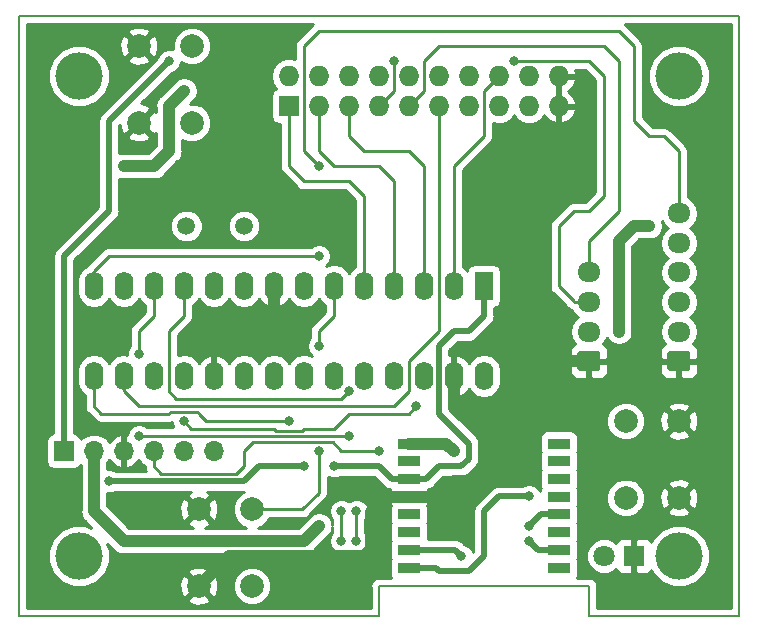
<source format=gbr>
G04 #@! TF.GenerationSoftware,KiCad,Pcbnew,5.0.2-bee76a0~70~ubuntu18.04.1*
G04 #@! TF.CreationDate,2019-02-21T11:42:00+01:00*
G04 #@! TF.ProjectId,PCB_Control,5043425f-436f-46e7-9472-6f6c2e6b6963,rev?*
G04 #@! TF.SameCoordinates,Original*
G04 #@! TF.FileFunction,Copper,L1,Top*
G04 #@! TF.FilePolarity,Positive*
%FSLAX46Y46*%
G04 Gerber Fmt 4.6, Leading zero omitted, Abs format (unit mm)*
G04 Created by KiCad (PCBNEW 5.0.2-bee76a0~70~ubuntu18.04.1) date jeu. 21 févr. 2019 11:42:00 CET*
%MOMM*%
%LPD*%
G01*
G04 APERTURE LIST*
G04 #@! TA.AperFunction,NonConductor*
%ADD10C,0.150000*%
G04 #@! TD*
G04 #@! TA.AperFunction,SMDPad,CuDef*
%ADD11R,1.950000X0.950000*%
G04 #@! TD*
G04 #@! TA.AperFunction,ComponentPad*
%ADD12C,4.000000*%
G04 #@! TD*
G04 #@! TA.AperFunction,ComponentPad*
%ADD13R,1.800000X1.800000*%
G04 #@! TD*
G04 #@! TA.AperFunction,ComponentPad*
%ADD14C,1.800000*%
G04 #@! TD*
G04 #@! TA.AperFunction,ComponentPad*
%ADD15R,1.700000X1.700000*%
G04 #@! TD*
G04 #@! TA.AperFunction,ComponentPad*
%ADD16O,1.700000X1.700000*%
G04 #@! TD*
G04 #@! TA.AperFunction,ComponentPad*
%ADD17R,1.727200X1.727200*%
G04 #@! TD*
G04 #@! TA.AperFunction,ComponentPad*
%ADD18O,1.727200X1.727200*%
G04 #@! TD*
G04 #@! TA.AperFunction,Conductor*
%ADD19C,0.150000*%
G04 #@! TD*
G04 #@! TA.AperFunction,ComponentPad*
%ADD20C,1.700000*%
G04 #@! TD*
G04 #@! TA.AperFunction,ComponentPad*
%ADD21O,1.950000X1.700000*%
G04 #@! TD*
G04 #@! TA.AperFunction,ComponentPad*
%ADD22C,2.000000*%
G04 #@! TD*
G04 #@! TA.AperFunction,ComponentPad*
%ADD23C,1.500000*%
G04 #@! TD*
G04 #@! TA.AperFunction,ComponentPad*
%ADD24R,1.600000X2.400000*%
G04 #@! TD*
G04 #@! TA.AperFunction,ComponentPad*
%ADD25O,1.600000X2.400000*%
G04 #@! TD*
G04 #@! TA.AperFunction,ViaPad*
%ADD26C,0.800000*%
G04 #@! TD*
G04 #@! TA.AperFunction,Conductor*
%ADD27C,1.000000*%
G04 #@! TD*
G04 #@! TA.AperFunction,Conductor*
%ADD28C,0.250000*%
G04 #@! TD*
G04 #@! TA.AperFunction,Conductor*
%ADD29C,0.500000*%
G04 #@! TD*
G04 #@! TA.AperFunction,Conductor*
%ADD30C,0.254000*%
G04 #@! TD*
G04 APERTURE END LIST*
D10*
X177800000Y-119380000D02*
X177800000Y-116840000D01*
X195580000Y-119380000D02*
X208280000Y-119380000D01*
X195580000Y-116840000D02*
X195580000Y-119380000D01*
X177800000Y-116840000D02*
X195580000Y-116840000D01*
X147320000Y-119380000D02*
X177800000Y-119380000D01*
X147320000Y-119380000D02*
X147320000Y-68580000D01*
X147320000Y-68580000D02*
X208280000Y-68580000D01*
X208280000Y-68580000D02*
X208280000Y-119380000D01*
D11*
G04 #@! TO.P,IC4,1*
G04 #@! TO.N,Net-(IC4-Pad1)*
X193040000Y-115280000D03*
G04 #@! TO.P,IC4,2*
G04 #@! TO.N,U1ARX*
X193040000Y-113780000D03*
G04 #@! TO.P,IC4,3*
G04 #@! TO.N,Net-(IC4-Pad3)*
X193040000Y-112280000D03*
G04 #@! TO.P,IC4,4*
G04 #@! TO.N,U1ATX*
X193040000Y-110780000D03*
G04 #@! TO.P,IC4,5*
G04 #@! TO.N,N/C*
X193040000Y-109280000D03*
G04 #@! TO.P,IC4,6*
X193040000Y-107780000D03*
G04 #@! TO.P,IC4,7*
X193040000Y-106280000D03*
G04 #@! TO.P,IC4,8*
X193040000Y-104780000D03*
G04 #@! TO.P,IC4,9*
G04 #@! TO.N,VCC*
X180340000Y-104780000D03*
G04 #@! TO.P,IC4,10*
G04 #@! TO.N,N/C*
X180340000Y-106280000D03*
G04 #@! TO.P,IC4,11*
G04 #@! TO.N,~MCLR*
X180340000Y-107780000D03*
G04 #@! TO.P,IC4,12*
G04 #@! TO.N,GND*
X180340000Y-109280000D03*
G04 #@! TO.P,IC4,13*
G04 #@! TO.N,Net-(IC4-Pad13)*
X180340000Y-110780000D03*
G04 #@! TO.P,IC4,14*
G04 #@! TO.N,Net-(IC4-Pad14)*
X180340000Y-112280000D03*
G04 #@! TO.P,IC4,15*
G04 #@! TO.N,Net-(IC4-Pad15)*
X180340000Y-113780000D03*
G04 #@! TO.P,IC4,16*
G04 #@! TO.N,Net-(IC4-Pad16)*
X180340000Y-115280000D03*
G04 #@! TD*
D12*
G04 #@! TO.P,,1*
G04 #@! TO.N,N/C*
X203200000Y-73660000D03*
G04 #@! TD*
G04 #@! TO.P,,1*
G04 #@! TO.N,N/C*
X152400000Y-73660000D03*
G04 #@! TD*
G04 #@! TO.P,,1*
G04 #@! TO.N,N/C*
X203200000Y-114300000D03*
G04 #@! TD*
G04 #@! TO.P,,1*
G04 #@! TO.N,N/C*
X152400000Y-114300000D03*
G04 #@! TD*
D13*
G04 #@! TO.P,D2,1*
G04 #@! TO.N,GND*
X199390000Y-114300000D03*
D14*
G04 #@! TO.P,D2,2*
G04 #@! TO.N,Net-(D2-Pad2)*
X196850000Y-114300000D03*
G04 #@! TD*
D15*
G04 #@! TO.P,K1,1*
G04 #@! TO.N,~MCLR*
X151130000Y-105410000D03*
D16*
G04 #@! TO.P,K1,2*
G04 #@! TO.N,VCC*
X153670000Y-105410000D03*
G04 #@! TO.P,K1,3*
G04 #@! TO.N,GND*
X156210000Y-105410000D03*
G04 #@! TO.P,K1,4*
G04 #@! TO.N,PGD*
X158750000Y-105410000D03*
G04 #@! TO.P,K1,5*
G04 #@! TO.N,PGC*
X161290000Y-105410000D03*
G04 #@! TO.P,K1,6*
G04 #@! TO.N,Net-(K1-Pad6)*
X163830000Y-105410000D03*
G04 #@! TD*
D17*
G04 #@! TO.P,K5,1*
G04 #@! TO.N,MDARC*
X170180000Y-76200000D03*
D18*
G04 #@! TO.P,K5,2*
G04 #@! TO.N,MPWMA*
X170180000Y-73660000D03*
G04 #@! TO.P,K5,3*
G04 #@! TO.N,MDAVD*
X172720000Y-76200000D03*
G04 #@! TO.P,K5,4*
G04 #@! TO.N,MDIR2A*
X172720000Y-73660000D03*
G04 #@! TO.P,K5,5*
G04 #@! TO.N,MDAVG*
X175260000Y-76200000D03*
G04 #@! TO.P,K5,6*
G04 #@! TO.N,MDIR1A*
X175260000Y-73660000D03*
G04 #@! TO.P,K5,7*
G04 #@! TO.N,MSCL*
X177800000Y-76200000D03*
G04 #@! TO.P,K5,8*
G04 #@! TO.N,MSTBY*
X177800000Y-73660000D03*
G04 #@! TO.P,K5,9*
G04 #@! TO.N,MSDA*
X180340000Y-76200000D03*
G04 #@! TO.P,K5,10*
G04 #@! TO.N,MDIR1B*
X180340000Y-73660000D03*
G04 #@! TO.P,K5,11*
G04 #@! TO.N,MXSHUT1*
X182880000Y-76200000D03*
G04 #@! TO.P,K5,12*
G04 #@! TO.N,MDIR2B*
X182880000Y-73660000D03*
G04 #@! TO.P,K5,13*
G04 #@! TO.N,MXSHUT2*
X185420000Y-76200000D03*
G04 #@! TO.P,K5,14*
G04 #@! TO.N,MPWMB*
X185420000Y-73660000D03*
G04 #@! TO.P,K5,15*
G04 #@! TO.N,Net-(K5-Pad15)*
X187960000Y-76200000D03*
G04 #@! TO.P,K5,16*
G04 #@! TO.N,MVBATT*
X187960000Y-73660000D03*
G04 #@! TO.P,K5,17*
G04 #@! TO.N,VCC*
X190500000Y-76200000D03*
G04 #@! TO.P,K5,18*
X190500000Y-73660000D03*
G04 #@! TO.P,K5,19*
G04 #@! TO.N,GND*
X193040000Y-76200000D03*
G04 #@! TO.P,K5,20*
X193040000Y-73660000D03*
G04 #@! TD*
D19*
G04 #@! TO.N,GND*
G04 #@! TO.C,K12*
G36*
X196329504Y-96941204D02*
X196353773Y-96944804D01*
X196377571Y-96950765D01*
X196400671Y-96959030D01*
X196422849Y-96969520D01*
X196443893Y-96982133D01*
X196463598Y-96996747D01*
X196481777Y-97013223D01*
X196498253Y-97031402D01*
X196512867Y-97051107D01*
X196525480Y-97072151D01*
X196535970Y-97094329D01*
X196544235Y-97117429D01*
X196550196Y-97141227D01*
X196553796Y-97165496D01*
X196555000Y-97190000D01*
X196555000Y-98390000D01*
X196553796Y-98414504D01*
X196550196Y-98438773D01*
X196544235Y-98462571D01*
X196535970Y-98485671D01*
X196525480Y-98507849D01*
X196512867Y-98528893D01*
X196498253Y-98548598D01*
X196481777Y-98566777D01*
X196463598Y-98583253D01*
X196443893Y-98597867D01*
X196422849Y-98610480D01*
X196400671Y-98620970D01*
X196377571Y-98629235D01*
X196353773Y-98635196D01*
X196329504Y-98638796D01*
X196305000Y-98640000D01*
X194855000Y-98640000D01*
X194830496Y-98638796D01*
X194806227Y-98635196D01*
X194782429Y-98629235D01*
X194759329Y-98620970D01*
X194737151Y-98610480D01*
X194716107Y-98597867D01*
X194696402Y-98583253D01*
X194678223Y-98566777D01*
X194661747Y-98548598D01*
X194647133Y-98528893D01*
X194634520Y-98507849D01*
X194624030Y-98485671D01*
X194615765Y-98462571D01*
X194609804Y-98438773D01*
X194606204Y-98414504D01*
X194605000Y-98390000D01*
X194605000Y-97190000D01*
X194606204Y-97165496D01*
X194609804Y-97141227D01*
X194615765Y-97117429D01*
X194624030Y-97094329D01*
X194634520Y-97072151D01*
X194647133Y-97051107D01*
X194661747Y-97031402D01*
X194678223Y-97013223D01*
X194696402Y-96996747D01*
X194716107Y-96982133D01*
X194737151Y-96969520D01*
X194759329Y-96959030D01*
X194782429Y-96950765D01*
X194806227Y-96944804D01*
X194830496Y-96941204D01*
X194855000Y-96940000D01*
X196305000Y-96940000D01*
X196329504Y-96941204D01*
X196329504Y-96941204D01*
G37*
D20*
G04 #@! TD*
G04 #@! TO.P,K12,1*
G04 #@! TO.N,GND*
X195580000Y-97790000D03*
D21*
G04 #@! TO.P,K12,2*
G04 #@! TO.N,VCC*
X195580000Y-95290000D03*
G04 #@! TO.P,K12,3*
G04 #@! TO.N,MSCL*
X195580000Y-92790000D03*
G04 #@! TO.P,K12,4*
G04 #@! TO.N,MSDA*
X195580000Y-90290000D03*
G04 #@! TD*
G04 #@! TO.P,K13,6*
G04 #@! TO.N,INT*
X203200000Y-85290000D03*
G04 #@! TO.P,K13,5*
G04 #@! TO.N,Net-(JP1-Pad2)*
X203200000Y-87790000D03*
G04 #@! TO.P,K13,4*
G04 #@! TO.N,MSDA*
X203200000Y-90290000D03*
G04 #@! TO.P,K13,3*
G04 #@! TO.N,MSCL*
X203200000Y-92790000D03*
G04 #@! TO.P,K13,2*
G04 #@! TO.N,VCC*
X203200000Y-95290000D03*
D19*
G04 #@! TD*
G04 #@! TO.N,GND*
G04 #@! TO.C,K13*
G36*
X203949504Y-96941204D02*
X203973773Y-96944804D01*
X203997571Y-96950765D01*
X204020671Y-96959030D01*
X204042849Y-96969520D01*
X204063893Y-96982133D01*
X204083598Y-96996747D01*
X204101777Y-97013223D01*
X204118253Y-97031402D01*
X204132867Y-97051107D01*
X204145480Y-97072151D01*
X204155970Y-97094329D01*
X204164235Y-97117429D01*
X204170196Y-97141227D01*
X204173796Y-97165496D01*
X204175000Y-97190000D01*
X204175000Y-98390000D01*
X204173796Y-98414504D01*
X204170196Y-98438773D01*
X204164235Y-98462571D01*
X204155970Y-98485671D01*
X204145480Y-98507849D01*
X204132867Y-98528893D01*
X204118253Y-98548598D01*
X204101777Y-98566777D01*
X204083598Y-98583253D01*
X204063893Y-98597867D01*
X204042849Y-98610480D01*
X204020671Y-98620970D01*
X203997571Y-98629235D01*
X203973773Y-98635196D01*
X203949504Y-98638796D01*
X203925000Y-98640000D01*
X202475000Y-98640000D01*
X202450496Y-98638796D01*
X202426227Y-98635196D01*
X202402429Y-98629235D01*
X202379329Y-98620970D01*
X202357151Y-98610480D01*
X202336107Y-98597867D01*
X202316402Y-98583253D01*
X202298223Y-98566777D01*
X202281747Y-98548598D01*
X202267133Y-98528893D01*
X202254520Y-98507849D01*
X202244030Y-98485671D01*
X202235765Y-98462571D01*
X202229804Y-98438773D01*
X202226204Y-98414504D01*
X202225000Y-98390000D01*
X202225000Y-97190000D01*
X202226204Y-97165496D01*
X202229804Y-97141227D01*
X202235765Y-97117429D01*
X202244030Y-97094329D01*
X202254520Y-97072151D01*
X202267133Y-97051107D01*
X202281747Y-97031402D01*
X202298223Y-97013223D01*
X202316402Y-96996747D01*
X202336107Y-96982133D01*
X202357151Y-96969520D01*
X202379329Y-96959030D01*
X202402429Y-96950765D01*
X202426227Y-96944804D01*
X202450496Y-96941204D01*
X202475000Y-96940000D01*
X203925000Y-96940000D01*
X203949504Y-96941204D01*
X203949504Y-96941204D01*
G37*
D20*
G04 #@! TO.P,K13,1*
G04 #@! TO.N,GND*
X203200000Y-97790000D03*
G04 #@! TD*
D22*
G04 #@! TO.P,SW1,2*
G04 #@! TO.N,Net-(IC2-Pad4)*
X161980000Y-77620000D03*
G04 #@! TO.P,SW1,1*
G04 #@! TO.N,GND*
X157480000Y-77620000D03*
G04 #@! TO.P,SW1,2*
G04 #@! TO.N,Net-(IC2-Pad4)*
X161980000Y-71120000D03*
G04 #@! TO.P,SW1,1*
G04 #@! TO.N,GND*
X157480000Y-71120000D03*
G04 #@! TD*
G04 #@! TO.P,SW2,1*
G04 #@! TO.N,GND*
X162560000Y-110340000D03*
G04 #@! TO.P,SW2,2*
G04 #@! TO.N,BPGAME*
X167060000Y-110340000D03*
G04 #@! TO.P,SW2,1*
G04 #@! TO.N,GND*
X162560000Y-116840000D03*
G04 #@! TO.P,SW2,2*
G04 #@! TO.N,BPGAME*
X167060000Y-116840000D03*
G04 #@! TD*
G04 #@! TO.P,SW3,2*
G04 #@! TO.N,GND*
X203200000Y-109370000D03*
G04 #@! TO.P,SW3,1*
G04 #@! TO.N,Net-(IC4-Pad16)*
X198700000Y-109370000D03*
G04 #@! TO.P,SW3,2*
G04 #@! TO.N,GND*
X203200000Y-102870000D03*
G04 #@! TO.P,SW3,1*
G04 #@! TO.N,Net-(IC4-Pad16)*
X198700000Y-102870000D03*
G04 #@! TD*
D23*
G04 #@! TO.P,Y1,1*
G04 #@! TO.N,Net-(C2-Pad1)*
X166370000Y-86360000D03*
G04 #@! TO.P,Y1,2*
G04 #@! TO.N,CLKO*
X161490000Y-86360000D03*
G04 #@! TD*
D24*
G04 #@! TO.P,IC3,1*
G04 #@! TO.N,~MCLR*
X186690000Y-91440000D03*
D25*
G04 #@! TO.P,IC3,15*
G04 #@! TO.N,MDIR2A*
X153670000Y-99060000D03*
G04 #@! TO.P,IC3,2*
G04 #@! TO.N,MVBATT*
X184150000Y-91440000D03*
G04 #@! TO.P,IC3,16*
G04 #@! TO.N,MXSHUT1*
X156210000Y-99060000D03*
G04 #@! TO.P,IC3,3*
G04 #@! TO.N,MDAVG*
X181610000Y-91440000D03*
G04 #@! TO.P,IC3,17*
G04 #@! TO.N,PGD*
X158750000Y-99060000D03*
G04 #@! TO.P,IC3,4*
G04 #@! TO.N,MDAVD*
X179070000Y-91440000D03*
G04 #@! TO.P,IC3,18*
G04 #@! TO.N,PGC*
X161290000Y-99060000D03*
G04 #@! TO.P,IC3,5*
G04 #@! TO.N,MDARC*
X176530000Y-91440000D03*
G04 #@! TO.P,IC3,19*
G04 #@! TO.N,GND*
X163830000Y-99060000D03*
G04 #@! TO.P,IC3,6*
G04 #@! TO.N,BPGAME*
X173990000Y-91440000D03*
G04 #@! TO.P,IC3,20*
G04 #@! TO.N,VCC*
X166370000Y-99060000D03*
G04 #@! TO.P,IC3,7*
G04 #@! TO.N,INT*
X171450000Y-91440000D03*
G04 #@! TO.P,IC3,21*
G04 #@! TO.N,MPWMA*
X168910000Y-99060000D03*
G04 #@! TO.P,IC3,8*
G04 #@! TO.N,GND*
X168910000Y-91440000D03*
G04 #@! TO.P,IC3,22*
G04 #@! TO.N,MSTBY*
X171450000Y-99060000D03*
G04 #@! TO.P,IC3,9*
G04 #@! TO.N,Net-(C2-Pad1)*
X166370000Y-91440000D03*
G04 #@! TO.P,IC3,23*
G04 #@! TO.N,MDIR1B*
X173990000Y-99060000D03*
G04 #@! TO.P,IC3,10*
G04 #@! TO.N,CLKO*
X163830000Y-91440000D03*
G04 #@! TO.P,IC3,24*
G04 #@! TO.N,MDIR2B*
X176530000Y-99060000D03*
G04 #@! TO.P,IC3,11*
G04 #@! TO.N,U1ATX*
X161290000Y-91440000D03*
G04 #@! TO.P,IC3,25*
G04 #@! TO.N,MPWMB*
X179070000Y-99060000D03*
G04 #@! TO.P,IC3,12*
G04 #@! TO.N,U1ARX*
X158750000Y-91440000D03*
G04 #@! TO.P,IC3,26*
G04 #@! TO.N,MXSHUT2*
X181610000Y-99060000D03*
G04 #@! TO.P,IC3,13*
G04 #@! TO.N,VCC*
X156210000Y-91440000D03*
G04 #@! TO.P,IC3,27*
G04 #@! TO.N,GND*
X184150000Y-99060000D03*
G04 #@! TO.P,IC3,14*
G04 #@! TO.N,MDIR1A*
X153670000Y-91440000D03*
G04 #@! TO.P,IC3,28*
G04 #@! TO.N,Net-(C3-Pad1)*
X186690000Y-99060000D03*
G04 #@! TD*
D26*
G04 #@! TO.N,GND*
X200660000Y-88900000D03*
X172720000Y-114300000D03*
X184150000Y-107950000D03*
X163570000Y-95250000D03*
X190240000Y-104520000D03*
X200660000Y-97790000D03*
G04 #@! TO.N,VCC*
X161290000Y-74930000D03*
X172720000Y-111760000D03*
X184150000Y-105410000D03*
X198120000Y-95290000D03*
X200660000Y-86300000D03*
X156210000Y-81280000D03*
G04 #@! TO.N,BPGAME*
X172720000Y-96520000D03*
X172720000Y-105410000D03*
G04 #@! TO.N,~MCLR*
X160020000Y-72390000D03*
X154940000Y-107950000D03*
X171450000Y-106680000D03*
X173990000Y-106680000D03*
G04 #@! TO.N,INT*
X172720000Y-81280000D03*
G04 #@! TO.N,U1ATX*
X190500000Y-111760000D03*
X175895000Y-113030000D03*
X175895000Y-110490000D03*
X175260000Y-100330000D03*
G04 #@! TO.N,U1ARX*
X190500000Y-113030000D03*
X157480000Y-97155000D03*
X174625000Y-113030000D03*
X174625000Y-110490000D03*
X157480000Y-104140000D03*
X175260000Y-104140000D03*
G04 #@! TO.N,PGD*
X177800000Y-105410000D03*
G04 #@! TO.N,PGC*
X180975000Y-101600000D03*
X161290000Y-102870000D03*
G04 #@! TO.N,Net-(IC4-Pad15)*
X184785000Y-114300000D03*
G04 #@! TO.N,Net-(IC4-Pad16)*
X190500000Y-109220000D03*
G04 #@! TO.N,MDIR1A*
X172720000Y-88900000D03*
G04 #@! TO.N,MDIR2A*
X170180000Y-102870000D03*
G04 #@! TO.N,MSCL*
X179070000Y-72390000D03*
X189230000Y-72390000D03*
G04 #@! TD*
D27*
G04 #@! TO.N,GND*
X163570000Y-95250000D02*
X167640000Y-95250000D01*
X167640000Y-95250000D02*
X168910000Y-93980000D01*
X168910000Y-93980000D02*
X168910000Y-91440000D01*
X182820000Y-109280000D02*
X184150000Y-107950000D01*
X180340000Y-109280000D02*
X182820000Y-109280000D01*
X162560000Y-116840000D02*
X165100000Y-114300000D01*
X165100000Y-114300000D02*
X172720000Y-114300000D01*
X184150000Y-107950000D02*
X185420000Y-107950000D01*
X185420000Y-107950000D02*
X186690000Y-106680000D01*
X186690000Y-106680000D02*
X186690000Y-104140000D01*
X186690000Y-104140000D02*
X184150000Y-101600000D01*
X184150000Y-101600000D02*
X184150000Y-99060000D01*
X195580000Y-97790000D02*
X191770000Y-97790000D01*
X190240000Y-99320000D02*
X190240000Y-104520000D01*
X191770000Y-97790000D02*
X190240000Y-99320000D01*
X200660000Y-88900000D02*
X200660000Y-97790000D01*
X180340000Y-109280000D02*
X178495000Y-109280000D01*
X178495000Y-109280000D02*
X177165000Y-110610000D01*
X177165000Y-110610000D02*
X177165000Y-113665000D01*
X176530000Y-114300000D02*
X172720000Y-114300000D01*
X177165000Y-113665000D02*
X176530000Y-114300000D01*
G04 #@! TO.N,VCC*
X183520000Y-104780000D02*
X184150000Y-105410000D01*
X180340000Y-104780000D02*
X183520000Y-104780000D01*
X172720000Y-111760000D02*
X171450000Y-113030000D01*
X171450000Y-113030000D02*
X156210000Y-113030000D01*
X156210000Y-113030000D02*
X153670000Y-110490000D01*
X153670000Y-110490000D02*
X153670000Y-105410000D01*
X198120000Y-95290000D02*
X198120000Y-87630000D01*
X198120000Y-87630000D02*
X199390000Y-86360000D01*
X199390000Y-86360000D02*
X200660000Y-86360000D01*
X161290000Y-74930000D02*
X160020000Y-76200000D01*
X160020000Y-76200000D02*
X160020000Y-80010000D01*
X160020000Y-80010000D02*
X158750000Y-81280000D01*
X158750000Y-81280000D02*
X156210000Y-81280000D01*
D28*
G04 #@! TO.N,BPGAME*
X173990000Y-91440000D02*
X173990000Y-93980000D01*
X173990000Y-93980000D02*
X172720000Y-95250000D01*
X172720000Y-95250000D02*
X172720000Y-96520000D01*
X172720000Y-96520000D02*
X172720000Y-96520000D01*
X167060000Y-110340000D02*
X171300000Y-110340000D01*
X171300000Y-110340000D02*
X172720000Y-108920000D01*
X172720000Y-108920000D02*
X172720000Y-105410000D01*
X172720000Y-105410000D02*
X172720000Y-105410000D01*
D29*
G04 #@! TO.N,~MCLR*
X151130000Y-102870000D02*
X151130000Y-105410000D01*
X151130000Y-102870000D02*
X151130000Y-88900000D01*
X151130000Y-88900000D02*
X154940000Y-85090000D01*
X154940000Y-85090000D02*
X154940000Y-77470000D01*
X154940000Y-77470000D02*
X160020000Y-72390000D01*
X154940000Y-107950000D02*
X154940000Y-107950000D01*
X154940000Y-107950000D02*
X165100000Y-107950000D01*
X165100000Y-107950000D02*
X166370000Y-107950000D01*
X166370000Y-107950000D02*
X167640000Y-106680000D01*
X167640000Y-106680000D02*
X171450000Y-106680000D01*
X171450000Y-106680000D02*
X171450000Y-106680000D01*
X173990000Y-106680000D02*
X173990000Y-106680000D01*
X173990000Y-106680000D02*
X177800000Y-106680000D01*
X177800000Y-106715000D02*
X177800000Y-106680000D01*
X178865000Y-107780000D02*
X177800000Y-106715000D01*
X180340000Y-107780000D02*
X178865000Y-107780000D01*
X185420000Y-95250000D02*
X186690000Y-93980000D01*
X184150000Y-95250000D02*
X185420000Y-95250000D01*
X182880000Y-102235000D02*
X182880000Y-96520000D01*
X186690000Y-93980000D02*
X186690000Y-91440000D01*
X181815000Y-107780000D02*
X182880000Y-106715000D01*
X180340000Y-107780000D02*
X181815000Y-107780000D01*
X182880000Y-96520000D02*
X184150000Y-95250000D01*
X182880000Y-106715000D02*
X184750000Y-106715000D01*
X184750000Y-106715000D02*
X185420000Y-106045000D01*
X185420000Y-106045000D02*
X185420000Y-104775000D01*
X185420000Y-104775000D02*
X182880000Y-102235000D01*
D28*
G04 #@! TO.N,INT*
X201930000Y-78740000D02*
X203200000Y-80010000D01*
X199390000Y-77470000D02*
X200660000Y-78740000D01*
X203200000Y-80010000D02*
X203200000Y-85290000D01*
X171450000Y-80010000D02*
X171450000Y-71120000D01*
X198120000Y-69850000D02*
X199390000Y-71120000D01*
X172720000Y-81280000D02*
X171450000Y-80010000D01*
X199390000Y-71120000D02*
X199390000Y-77470000D01*
X200660000Y-78740000D02*
X201930000Y-78740000D01*
X171450000Y-71120000D02*
X172720000Y-69850000D01*
X172720000Y-69850000D02*
X198120000Y-69850000D01*
D29*
G04 #@! TO.N,U1ATX*
X193040000Y-110780000D02*
X191480000Y-110780000D01*
X191480000Y-110780000D02*
X190500000Y-111760000D01*
X190500000Y-111760000D02*
X190500000Y-111760000D01*
D28*
X161290000Y-91440000D02*
X161290000Y-92890000D01*
X161290000Y-92890000D02*
X161290000Y-93980000D01*
X161290000Y-93980000D02*
X160020000Y-95250000D01*
X160020000Y-95250000D02*
X160020000Y-97155000D01*
X160020000Y-97155000D02*
X160020000Y-97155000D01*
X160020000Y-97155000D02*
X160020000Y-100330000D01*
X160020000Y-100330000D02*
X160655000Y-100965000D01*
X160655000Y-100965000D02*
X167640000Y-100965000D01*
X167640000Y-100965000D02*
X174625000Y-100965000D01*
X175895000Y-113030000D02*
X175895000Y-110490000D01*
X175895000Y-110490000D02*
X175895000Y-110490000D01*
X174625000Y-100965000D02*
X175260000Y-100330000D01*
X175260000Y-100330000D02*
X175260000Y-100330000D01*
D29*
G04 #@! TO.N,U1ARX*
X193040000Y-113780000D02*
X191250000Y-113780000D01*
X191250000Y-113780000D02*
X190500000Y-113030000D01*
X190500000Y-113030000D02*
X190500000Y-113030000D01*
D28*
X158750000Y-91440000D02*
X158750000Y-93980000D01*
X158750000Y-93980000D02*
X157480000Y-95250000D01*
X157480000Y-95250000D02*
X157480000Y-97155000D01*
X157480000Y-97155000D02*
X157480000Y-97155000D01*
X174625000Y-113030000D02*
X174625000Y-110490000D01*
X174625000Y-110490000D02*
X174625000Y-110490000D01*
X169545000Y-104140000D02*
X170815000Y-104140000D01*
X170815000Y-104140000D02*
X175260000Y-104140000D01*
X175260000Y-104140000D02*
X175260000Y-104140000D01*
X157480000Y-104140000D02*
X169545000Y-104140000D01*
G04 #@! TO.N,PGD*
X177800000Y-105410000D02*
X177800000Y-105410000D01*
X159385000Y-107315000D02*
X158750000Y-106680000D01*
X158750000Y-106680000D02*
X158750000Y-105410000D01*
X165735000Y-107315000D02*
X159385000Y-107315000D01*
X174625000Y-105410000D02*
X173899999Y-104684999D01*
X177800000Y-105410000D02*
X174625000Y-105410000D01*
X173899999Y-104684999D02*
X167095001Y-104684999D01*
X167095001Y-104684999D02*
X166370000Y-105410000D01*
X166370000Y-105410000D02*
X166370000Y-106680000D01*
X166370000Y-106680000D02*
X165735000Y-107315000D01*
G04 #@! TO.N,PGC*
X173990000Y-103505000D02*
X171450000Y-103505000D01*
X175260000Y-102235000D02*
X173990000Y-103505000D01*
X180340000Y-102235000D02*
X180975000Y-101600000D01*
X180340000Y-102235000D02*
X175260000Y-102235000D01*
X161290000Y-102870000D02*
X161925000Y-103505000D01*
X161925000Y-103505000D02*
X168910000Y-103505000D01*
X168910000Y-103505000D02*
X169094990Y-103689990D01*
X169094990Y-103689990D02*
X171265010Y-103689990D01*
X171265010Y-103689990D02*
X171450000Y-103505000D01*
D29*
G04 #@! TO.N,Net-(IC4-Pad15)*
X184265000Y-113780000D02*
X184785000Y-114300000D01*
X180340000Y-113780000D02*
X184265000Y-113780000D01*
G04 #@! TO.N,Net-(IC4-Pad16)*
X180340000Y-115280000D02*
X182590000Y-115280000D01*
X182590000Y-115280000D02*
X182880000Y-115570000D01*
X182880000Y-115570000D02*
X185420000Y-115570000D01*
X185420000Y-115570000D02*
X186690000Y-114300000D01*
X186690000Y-114300000D02*
X186690000Y-110490000D01*
X187960000Y-109220000D02*
X190500000Y-109220000D01*
X186690000Y-110490000D02*
X187960000Y-109220000D01*
D28*
G04 #@! TO.N,MVBATT*
X187960000Y-73660000D02*
X186690000Y-74930000D01*
X186690000Y-74930000D02*
X186690000Y-78740000D01*
X184150000Y-81280000D02*
X184150000Y-91440000D01*
X186690000Y-78740000D02*
X184150000Y-81280000D01*
G04 #@! TO.N,MDAVG*
X175260000Y-76200000D02*
X175260000Y-78740000D01*
X175260000Y-78740000D02*
X176530000Y-80010000D01*
X176530000Y-80010000D02*
X180340000Y-80010000D01*
X180340000Y-80010000D02*
X181610000Y-81280000D01*
X181610000Y-81280000D02*
X181610000Y-91440000D01*
G04 #@! TO.N,MDAVD*
X172720000Y-76200000D02*
X172720000Y-80010000D01*
X172720000Y-80010000D02*
X173990000Y-81280000D01*
X173990000Y-81280000D02*
X177800000Y-81280000D01*
X177800000Y-81280000D02*
X179070000Y-82550000D01*
X179070000Y-82550000D02*
X179070000Y-91440000D01*
G04 #@! TO.N,MDARC*
X170180000Y-76200000D02*
X170180000Y-81280000D01*
X170180000Y-81280000D02*
X171450000Y-82550000D01*
X171450000Y-82550000D02*
X175260000Y-82550000D01*
X175260000Y-82550000D02*
X176530000Y-83820000D01*
X176530000Y-83820000D02*
X176530000Y-91440000D01*
G04 #@! TO.N,MDIR1A*
X172720000Y-88900000D02*
X154940000Y-88900000D01*
X154940000Y-88900000D02*
X153670000Y-90170000D01*
X153670000Y-90170000D02*
X153670000Y-91440000D01*
G04 #@! TO.N,MDIR2A*
X153670000Y-101600000D02*
X153670000Y-99060000D01*
X170180000Y-102870000D02*
X163195000Y-102870000D01*
X163195000Y-102870000D02*
X162560000Y-102235000D01*
X162469999Y-102144999D02*
X160110001Y-102144999D01*
X162560000Y-102235000D02*
X162469999Y-102144999D01*
X160110001Y-102144999D02*
X160020000Y-102235000D01*
X160020000Y-102235000D02*
X154305000Y-102235000D01*
X154305000Y-102235000D02*
X153670000Y-101600000D01*
G04 #@! TO.N,MXSHUT1*
X156210000Y-100330000D02*
X156210000Y-99060000D01*
X182880000Y-95250000D02*
X180340000Y-97790000D01*
X180340000Y-97790000D02*
X180340000Y-100330000D01*
X182880000Y-76200000D02*
X182880000Y-95250000D01*
X179070000Y-101600000D02*
X157480000Y-101600000D01*
X180340000Y-100330000D02*
X179070000Y-101600000D01*
X157480000Y-101600000D02*
X156210000Y-100330000D01*
G04 #@! TO.N,MSCL*
X177800000Y-76200000D02*
X179070000Y-74930000D01*
X179070000Y-74930000D02*
X179070000Y-72390000D01*
X179070000Y-72390000D02*
X179070000Y-72390000D01*
X189230000Y-72390000D02*
X195580000Y-72390000D01*
X195580000Y-72390000D02*
X196850000Y-73660000D01*
X196850000Y-73660000D02*
X196850000Y-83820000D01*
X196850000Y-83820000D02*
X195580000Y-85090000D01*
X195580000Y-85090000D02*
X194310000Y-85090000D01*
X194310000Y-85090000D02*
X193040000Y-86360000D01*
X193040000Y-86360000D02*
X193040000Y-91440000D01*
X193040000Y-91440000D02*
X194310000Y-92710000D01*
X194355000Y-92790000D02*
X195580000Y-92790000D01*
X194310000Y-92745000D02*
X194355000Y-92790000D01*
X194310000Y-92710000D02*
X194310000Y-92745000D01*
G04 #@! TO.N,MSDA*
X181610000Y-72390000D02*
X181610000Y-74930000D01*
X195580000Y-87630000D02*
X198120000Y-85090000D01*
X181610000Y-74930000D02*
X180340000Y-76200000D01*
X198120000Y-72390000D02*
X196850000Y-71120000D01*
X195580000Y-90290000D02*
X195580000Y-87630000D01*
X198120000Y-85090000D02*
X198120000Y-72390000D01*
X196850000Y-71120000D02*
X182880000Y-71120000D01*
X182880000Y-71120000D02*
X181610000Y-72390000D01*
G04 #@! TD*
D30*
G04 #@! TO.N,GND*
G36*
X172172071Y-69302071D02*
X172129671Y-69365527D01*
X170965528Y-70529671D01*
X170902072Y-70572071D01*
X170859672Y-70635527D01*
X170859671Y-70635528D01*
X170734097Y-70823463D01*
X170675112Y-71120000D01*
X170690001Y-71194852D01*
X170690001Y-72233486D01*
X170327598Y-72161400D01*
X170032402Y-72161400D01*
X169595275Y-72248350D01*
X169099570Y-72579570D01*
X168768350Y-73075275D01*
X168652041Y-73660000D01*
X168768350Y-74244725D01*
X169094651Y-74733068D01*
X169068635Y-74738243D01*
X168858591Y-74878591D01*
X168718243Y-75088635D01*
X168668960Y-75336400D01*
X168668960Y-77063600D01*
X168718243Y-77311365D01*
X168858591Y-77521409D01*
X169068635Y-77661757D01*
X169316400Y-77711040D01*
X169420000Y-77711040D01*
X169420001Y-81205148D01*
X169405112Y-81280000D01*
X169464097Y-81576537D01*
X169561864Y-81722855D01*
X169632072Y-81827929D01*
X169695528Y-81870329D01*
X170859670Y-83034472D01*
X170902071Y-83097929D01*
X171153463Y-83265904D01*
X171375148Y-83310000D01*
X171375152Y-83310000D01*
X171449999Y-83324888D01*
X171524846Y-83310000D01*
X174945199Y-83310000D01*
X175770000Y-84134802D01*
X175770001Y-89821957D01*
X175495424Y-90005423D01*
X175260000Y-90357759D01*
X175024577Y-90005423D01*
X174549909Y-89688260D01*
X173990000Y-89576887D01*
X173430092Y-89688260D01*
X173325695Y-89758016D01*
X173597431Y-89486280D01*
X173755000Y-89105874D01*
X173755000Y-88694126D01*
X173597431Y-88313720D01*
X173306280Y-88022569D01*
X172925874Y-87865000D01*
X172514126Y-87865000D01*
X172133720Y-88022569D01*
X172016289Y-88140000D01*
X155014846Y-88140000D01*
X154939999Y-88125112D01*
X154865152Y-88140000D01*
X154865148Y-88140000D01*
X154643463Y-88184096D01*
X154392071Y-88352071D01*
X154349671Y-88415527D01*
X153185530Y-89579669D01*
X153122071Y-89622071D01*
X153051836Y-89727185D01*
X152635424Y-90005423D01*
X152318260Y-90480091D01*
X152235000Y-90898667D01*
X152235000Y-91981332D01*
X152318260Y-92399908D01*
X152635423Y-92874576D01*
X153110091Y-93191740D01*
X153670000Y-93303113D01*
X154229908Y-93191740D01*
X154704576Y-92874577D01*
X154940000Y-92522241D01*
X155175423Y-92874576D01*
X155650091Y-93191740D01*
X156210000Y-93303113D01*
X156769908Y-93191740D01*
X157244576Y-92874577D01*
X157480000Y-92522241D01*
X157715423Y-92874576D01*
X157990001Y-93058043D01*
X157990001Y-93665197D01*
X156995530Y-94659669D01*
X156932071Y-94702071D01*
X156764096Y-94953464D01*
X156720000Y-95175149D01*
X156720000Y-95175153D01*
X156705112Y-95250000D01*
X156720000Y-95324847D01*
X156720001Y-96451288D01*
X156602569Y-96568720D01*
X156445000Y-96949126D01*
X156445000Y-97243631D01*
X156210000Y-97196887D01*
X155650092Y-97308260D01*
X155175424Y-97625423D01*
X154940000Y-97977759D01*
X154704577Y-97625423D01*
X154229909Y-97308260D01*
X153670000Y-97196887D01*
X153110092Y-97308260D01*
X152635424Y-97625423D01*
X152318260Y-98100091D01*
X152235000Y-98518667D01*
X152235000Y-99601332D01*
X152318260Y-100019908D01*
X152635423Y-100494576D01*
X152910000Y-100678043D01*
X152910000Y-101525153D01*
X152895112Y-101600000D01*
X152910000Y-101674847D01*
X152910000Y-101674851D01*
X152954096Y-101896536D01*
X153122071Y-102147929D01*
X153185530Y-102190331D01*
X153714670Y-102719472D01*
X153757071Y-102782929D01*
X154008463Y-102950904D01*
X154230148Y-102995000D01*
X154230152Y-102995000D01*
X154305000Y-103009888D01*
X154379848Y-102995000D01*
X159945153Y-102995000D01*
X160020000Y-103009888D01*
X160094847Y-102995000D01*
X160094852Y-102995000D01*
X160255000Y-102963145D01*
X160255000Y-103075874D01*
X160380973Y-103380000D01*
X158183711Y-103380000D01*
X158066280Y-103262569D01*
X157685874Y-103105000D01*
X157274126Y-103105000D01*
X156893720Y-103262569D01*
X156602569Y-103553720D01*
X156445000Y-103934126D01*
X156445000Y-104032850D01*
X156337000Y-104089845D01*
X156337000Y-105283000D01*
X156357000Y-105283000D01*
X156357000Y-105537000D01*
X156337000Y-105537000D01*
X156337000Y-106730155D01*
X156566890Y-106851476D01*
X156976924Y-106681645D01*
X157405183Y-106291358D01*
X157466157Y-106161522D01*
X157679375Y-106480625D01*
X157975423Y-106678438D01*
X157975112Y-106680000D01*
X157990000Y-106754847D01*
X157990000Y-106754851D01*
X158034096Y-106976536D01*
X158093206Y-107065000D01*
X155508007Y-107065000D01*
X155145874Y-106915000D01*
X154805000Y-106915000D01*
X154805000Y-106384281D01*
X154953843Y-106161522D01*
X155014817Y-106291358D01*
X155443076Y-106681645D01*
X155853110Y-106851476D01*
X156083000Y-106730155D01*
X156083000Y-105537000D01*
X156063000Y-105537000D01*
X156063000Y-105283000D01*
X156083000Y-105283000D01*
X156083000Y-104089845D01*
X155853110Y-103968524D01*
X155443076Y-104138355D01*
X155014817Y-104528642D01*
X154953843Y-104658478D01*
X154740625Y-104339375D01*
X154249418Y-104011161D01*
X153816256Y-103925000D01*
X153523744Y-103925000D01*
X153090582Y-104011161D01*
X152599375Y-104339375D01*
X152587184Y-104357619D01*
X152578157Y-104312235D01*
X152437809Y-104102191D01*
X152227765Y-103961843D01*
X152015000Y-103919522D01*
X152015000Y-89266578D01*
X155197072Y-86084506D01*
X160105000Y-86084506D01*
X160105000Y-86635494D01*
X160315853Y-87144540D01*
X160705460Y-87534147D01*
X161214506Y-87745000D01*
X161765494Y-87745000D01*
X162274540Y-87534147D01*
X162664147Y-87144540D01*
X162875000Y-86635494D01*
X162875000Y-86084506D01*
X164985000Y-86084506D01*
X164985000Y-86635494D01*
X165195853Y-87144540D01*
X165585460Y-87534147D01*
X166094506Y-87745000D01*
X166645494Y-87745000D01*
X167154540Y-87534147D01*
X167544147Y-87144540D01*
X167755000Y-86635494D01*
X167755000Y-86084506D01*
X167544147Y-85575460D01*
X167154540Y-85185853D01*
X166645494Y-84975000D01*
X166094506Y-84975000D01*
X165585460Y-85185853D01*
X165195853Y-85575460D01*
X164985000Y-86084506D01*
X162875000Y-86084506D01*
X162664147Y-85575460D01*
X162274540Y-85185853D01*
X161765494Y-84975000D01*
X161214506Y-84975000D01*
X160705460Y-85185853D01*
X160315853Y-85575460D01*
X160105000Y-86084506D01*
X155197072Y-86084506D01*
X155504156Y-85777423D01*
X155578049Y-85728049D01*
X155773652Y-85435310D01*
X155825000Y-85177165D01*
X155825000Y-85177161D01*
X155842337Y-85090000D01*
X155825000Y-85002839D01*
X155825000Y-82360654D01*
X156098217Y-82415000D01*
X158638217Y-82415000D01*
X158750000Y-82437235D01*
X158861783Y-82415000D01*
X159192855Y-82349146D01*
X159568289Y-82098289D01*
X159631613Y-82003518D01*
X160743521Y-80891611D01*
X160838289Y-80828289D01*
X161089146Y-80452855D01*
X161155000Y-80121783D01*
X161177235Y-80010001D01*
X161155000Y-79898218D01*
X161155000Y-79047985D01*
X161654778Y-79255000D01*
X162305222Y-79255000D01*
X162906153Y-79006086D01*
X163366086Y-78546153D01*
X163615000Y-77945222D01*
X163615000Y-77294778D01*
X163366086Y-76693847D01*
X162906153Y-76233914D01*
X162305222Y-75985000D01*
X161840132Y-75985000D01*
X162171608Y-75653524D01*
X162359146Y-75372855D01*
X162447235Y-74930001D01*
X162359146Y-74487146D01*
X162108288Y-74111712D01*
X161732854Y-73860854D01*
X161289999Y-73772765D01*
X160847145Y-73860854D01*
X160566476Y-74048392D01*
X159296482Y-75318387D01*
X159201711Y-75381711D01*
X159021063Y-75652071D01*
X158950854Y-75757146D01*
X158862765Y-76200000D01*
X158885000Y-76311783D01*
X158885000Y-76740417D01*
X158632532Y-76647073D01*
X157659605Y-77620000D01*
X158632532Y-78592927D01*
X158885001Y-78499583D01*
X158885001Y-79539867D01*
X158279869Y-80145000D01*
X156098217Y-80145000D01*
X155825000Y-80199346D01*
X155825000Y-78772532D01*
X156507073Y-78772532D01*
X156605736Y-79039387D01*
X157215461Y-79265908D01*
X157865460Y-79241856D01*
X158354264Y-79039387D01*
X158452927Y-78772532D01*
X157480000Y-77799605D01*
X156507073Y-78772532D01*
X155825000Y-78772532D01*
X155825000Y-77836578D01*
X155850935Y-77810643D01*
X155858144Y-78005460D01*
X156060613Y-78494264D01*
X156327468Y-78592927D01*
X157300395Y-77620000D01*
X157286253Y-77605858D01*
X157465858Y-77426253D01*
X157480000Y-77440395D01*
X158452927Y-76467468D01*
X158354264Y-76200613D01*
X157744539Y-75974092D01*
X157685294Y-75976284D01*
X160244148Y-73417431D01*
X160606280Y-73267431D01*
X160897431Y-72976280D01*
X161055000Y-72595874D01*
X161055000Y-72506564D01*
X161654778Y-72755000D01*
X162305222Y-72755000D01*
X162906153Y-72506086D01*
X163366086Y-72046153D01*
X163615000Y-71445222D01*
X163615000Y-70794778D01*
X163366086Y-70193847D01*
X162906153Y-69733914D01*
X162305222Y-69485000D01*
X161654778Y-69485000D01*
X161053847Y-69733914D01*
X160593914Y-70193847D01*
X160345000Y-70794778D01*
X160345000Y-71404344D01*
X160225874Y-71355000D01*
X159814126Y-71355000D01*
X159433720Y-71512569D01*
X159142569Y-71803720D01*
X158992569Y-72165852D01*
X154375845Y-76782577D01*
X154301952Y-76831951D01*
X154252578Y-76905844D01*
X154252576Y-76905846D01*
X154106348Y-77124691D01*
X154037663Y-77470000D01*
X154055001Y-77557165D01*
X154055000Y-84723421D01*
X150565845Y-88212577D01*
X150491952Y-88261951D01*
X150442578Y-88335844D01*
X150442576Y-88335846D01*
X150296348Y-88554691D01*
X150227663Y-88900000D01*
X150245001Y-88987166D01*
X150245000Y-102782835D01*
X150245000Y-103919522D01*
X150032235Y-103961843D01*
X149822191Y-104102191D01*
X149681843Y-104312235D01*
X149632560Y-104560000D01*
X149632560Y-106260000D01*
X149681843Y-106507765D01*
X149822191Y-106717809D01*
X150032235Y-106858157D01*
X150280000Y-106907440D01*
X151980000Y-106907440D01*
X152227765Y-106858157D01*
X152437809Y-106717809D01*
X152535001Y-106572352D01*
X152535000Y-110378217D01*
X152512765Y-110490000D01*
X152570450Y-110780001D01*
X152600854Y-110932854D01*
X152851711Y-111308289D01*
X152946482Y-111371613D01*
X153463127Y-111888258D01*
X152924134Y-111665000D01*
X151875866Y-111665000D01*
X150907392Y-112066155D01*
X150166155Y-112807392D01*
X149765000Y-113775866D01*
X149765000Y-114824134D01*
X150166155Y-115792608D01*
X150907392Y-116533845D01*
X151875866Y-116935000D01*
X152924134Y-116935000D01*
X153792138Y-116575461D01*
X160914092Y-116575461D01*
X160938144Y-117225460D01*
X161140613Y-117714264D01*
X161407468Y-117812927D01*
X162380395Y-116840000D01*
X162739605Y-116840000D01*
X163712532Y-117812927D01*
X163979387Y-117714264D01*
X164205908Y-117104539D01*
X164184085Y-116514778D01*
X165425000Y-116514778D01*
X165425000Y-117165222D01*
X165673914Y-117766153D01*
X166133847Y-118226086D01*
X166734778Y-118475000D01*
X167385222Y-118475000D01*
X167986153Y-118226086D01*
X168446086Y-117766153D01*
X168695000Y-117165222D01*
X168695000Y-116514778D01*
X168446086Y-115913847D01*
X167986153Y-115453914D01*
X167385222Y-115205000D01*
X166734778Y-115205000D01*
X166133847Y-115453914D01*
X165673914Y-115913847D01*
X165425000Y-116514778D01*
X164184085Y-116514778D01*
X164181856Y-116454540D01*
X163979387Y-115965736D01*
X163712532Y-115867073D01*
X162739605Y-116840000D01*
X162380395Y-116840000D01*
X161407468Y-115867073D01*
X161140613Y-115965736D01*
X160914092Y-116575461D01*
X153792138Y-116575461D01*
X153892608Y-116533845D01*
X154633845Y-115792608D01*
X154677395Y-115687468D01*
X161587073Y-115687468D01*
X162560000Y-116660395D01*
X163532927Y-115687468D01*
X163434264Y-115420613D01*
X162824539Y-115194092D01*
X162174540Y-115218144D01*
X161685736Y-115420613D01*
X161587073Y-115687468D01*
X154677395Y-115687468D01*
X155035000Y-114824134D01*
X155035000Y-113775866D01*
X154811742Y-113236874D01*
X155328389Y-113753521D01*
X155391711Y-113848289D01*
X155767145Y-114099146D01*
X156098217Y-114165000D01*
X156209999Y-114187235D01*
X156321781Y-114165000D01*
X171338217Y-114165000D01*
X171450000Y-114187235D01*
X171561783Y-114165000D01*
X171892855Y-114099146D01*
X172268289Y-113848289D01*
X172331613Y-113753518D01*
X173601608Y-112483524D01*
X173789146Y-112202855D01*
X173865000Y-111821508D01*
X173865000Y-112326289D01*
X173747569Y-112443720D01*
X173590000Y-112824126D01*
X173590000Y-113235874D01*
X173747569Y-113616280D01*
X174038720Y-113907431D01*
X174419126Y-114065000D01*
X174830874Y-114065000D01*
X175211280Y-113907431D01*
X175260000Y-113858711D01*
X175308720Y-113907431D01*
X175689126Y-114065000D01*
X176100874Y-114065000D01*
X176481280Y-113907431D01*
X176772431Y-113616280D01*
X176930000Y-113235874D01*
X176930000Y-112824126D01*
X176772431Y-112443720D01*
X176655000Y-112326289D01*
X176655000Y-111193711D01*
X176772431Y-111076280D01*
X176930000Y-110695874D01*
X176930000Y-110284126D01*
X176772431Y-109903720D01*
X176481280Y-109612569D01*
X176100874Y-109455000D01*
X175689126Y-109455000D01*
X175308720Y-109612569D01*
X175260000Y-109661289D01*
X175211280Y-109612569D01*
X174830874Y-109455000D01*
X174419126Y-109455000D01*
X174038720Y-109612569D01*
X173747569Y-109903720D01*
X173590000Y-110284126D01*
X173590000Y-110695874D01*
X173747569Y-111076280D01*
X173865001Y-111193712D01*
X173865001Y-111698494D01*
X173789146Y-111317146D01*
X173538288Y-110941712D01*
X173162854Y-110690854D01*
X172719999Y-110602765D01*
X172277145Y-110690854D01*
X171996476Y-110878392D01*
X170979869Y-111895000D01*
X167578359Y-111895000D01*
X167986153Y-111726086D01*
X168446086Y-111266153D01*
X168514909Y-111100000D01*
X171225153Y-111100000D01*
X171300000Y-111114888D01*
X171374847Y-111100000D01*
X171374852Y-111100000D01*
X171596537Y-111055904D01*
X171847929Y-110887929D01*
X171890331Y-110824470D01*
X173204473Y-109510329D01*
X173267929Y-109467929D01*
X173435904Y-109216537D01*
X173480000Y-108994852D01*
X173480000Y-108994848D01*
X173494888Y-108920001D01*
X173480000Y-108845154D01*
X173480000Y-107589027D01*
X173784126Y-107715000D01*
X174195874Y-107715000D01*
X174558007Y-107565000D01*
X177398422Y-107565000D01*
X178177577Y-108344156D01*
X178226951Y-108418049D01*
X178300844Y-108467423D01*
X178300845Y-108467424D01*
X178343217Y-108495736D01*
X178519690Y-108613652D01*
X178738880Y-108657251D01*
X178730000Y-108678690D01*
X178730000Y-108994250D01*
X178888750Y-109153000D01*
X180213000Y-109153000D01*
X180213000Y-109133000D01*
X180467000Y-109133000D01*
X180467000Y-109153000D01*
X181791250Y-109153000D01*
X181950000Y-108994250D01*
X181950000Y-108678690D01*
X181941120Y-108657251D01*
X182160310Y-108613652D01*
X182453049Y-108418049D01*
X182502425Y-108344153D01*
X183246579Y-107600000D01*
X184662839Y-107600000D01*
X184750000Y-107617337D01*
X184837161Y-107600000D01*
X184837165Y-107600000D01*
X185095310Y-107548652D01*
X185388049Y-107353049D01*
X185437425Y-107279153D01*
X185984156Y-106732423D01*
X186058049Y-106683049D01*
X186118329Y-106592835D01*
X186253651Y-106390311D01*
X186253652Y-106390310D01*
X186305000Y-106132165D01*
X186305000Y-106132161D01*
X186322337Y-106045001D01*
X186305000Y-105957841D01*
X186305000Y-104862159D01*
X186322337Y-104774999D01*
X186305000Y-104687839D01*
X186305000Y-104687835D01*
X186253652Y-104429690D01*
X186114145Y-104220904D01*
X186107424Y-104210845D01*
X186107423Y-104210844D01*
X186058049Y-104136951D01*
X185984156Y-104087577D01*
X184441357Y-102544778D01*
X197065000Y-102544778D01*
X197065000Y-103195222D01*
X197313914Y-103796153D01*
X197773847Y-104256086D01*
X198374778Y-104505000D01*
X199025222Y-104505000D01*
X199626153Y-104256086D01*
X199859707Y-104022532D01*
X202227073Y-104022532D01*
X202325736Y-104289387D01*
X202935461Y-104515908D01*
X203585460Y-104491856D01*
X204074264Y-104289387D01*
X204172927Y-104022532D01*
X203200000Y-103049605D01*
X202227073Y-104022532D01*
X199859707Y-104022532D01*
X200086086Y-103796153D01*
X200335000Y-103195222D01*
X200335000Y-102605461D01*
X201554092Y-102605461D01*
X201578144Y-103255460D01*
X201780613Y-103744264D01*
X202047468Y-103842927D01*
X203020395Y-102870000D01*
X203379605Y-102870000D01*
X204352532Y-103842927D01*
X204619387Y-103744264D01*
X204845908Y-103134539D01*
X204821856Y-102484540D01*
X204619387Y-101995736D01*
X204352532Y-101897073D01*
X203379605Y-102870000D01*
X203020395Y-102870000D01*
X202047468Y-101897073D01*
X201780613Y-101995736D01*
X201554092Y-102605461D01*
X200335000Y-102605461D01*
X200335000Y-102544778D01*
X200086086Y-101943847D01*
X199859707Y-101717468D01*
X202227073Y-101717468D01*
X203200000Y-102690395D01*
X204172927Y-101717468D01*
X204074264Y-101450613D01*
X203464539Y-101224092D01*
X202814540Y-101248144D01*
X202325736Y-101450613D01*
X202227073Y-101717468D01*
X199859707Y-101717468D01*
X199626153Y-101483914D01*
X199025222Y-101235000D01*
X198374778Y-101235000D01*
X197773847Y-101483914D01*
X197313914Y-101943847D01*
X197065000Y-102544778D01*
X184441357Y-102544778D01*
X183765000Y-101868422D01*
X183765000Y-100844286D01*
X183800961Y-100851904D01*
X184023000Y-100729915D01*
X184023000Y-99187000D01*
X184003000Y-99187000D01*
X184003000Y-98933000D01*
X184023000Y-98933000D01*
X184023000Y-97390085D01*
X184277000Y-97390085D01*
X184277000Y-98933000D01*
X184297000Y-98933000D01*
X184297000Y-99187000D01*
X184277000Y-99187000D01*
X184277000Y-100729915D01*
X184499039Y-100851904D01*
X184581819Y-100834367D01*
X185074896Y-100564500D01*
X185417501Y-100138501D01*
X185655423Y-100494576D01*
X186130091Y-100811740D01*
X186690000Y-100923113D01*
X187249908Y-100811740D01*
X187724576Y-100494577D01*
X188041740Y-100019909D01*
X188125000Y-99601333D01*
X188125000Y-98518668D01*
X188041740Y-98100091D01*
X188025476Y-98075750D01*
X193970000Y-98075750D01*
X193970000Y-98766309D01*
X194066673Y-98999698D01*
X194245301Y-99178327D01*
X194478690Y-99275000D01*
X195294250Y-99275000D01*
X195453000Y-99116250D01*
X195453000Y-97917000D01*
X195707000Y-97917000D01*
X195707000Y-99116250D01*
X195865750Y-99275000D01*
X196681310Y-99275000D01*
X196914699Y-99178327D01*
X197093327Y-98999698D01*
X197190000Y-98766309D01*
X197190000Y-98075750D01*
X201590000Y-98075750D01*
X201590000Y-98766309D01*
X201686673Y-98999698D01*
X201865301Y-99178327D01*
X202098690Y-99275000D01*
X202914250Y-99275000D01*
X203073000Y-99116250D01*
X203073000Y-97917000D01*
X203327000Y-97917000D01*
X203327000Y-99116250D01*
X203485750Y-99275000D01*
X204301310Y-99275000D01*
X204534699Y-99178327D01*
X204713327Y-98999698D01*
X204810000Y-98766309D01*
X204810000Y-98075750D01*
X204651250Y-97917000D01*
X203327000Y-97917000D01*
X203073000Y-97917000D01*
X201748750Y-97917000D01*
X201590000Y-98075750D01*
X197190000Y-98075750D01*
X197031250Y-97917000D01*
X195707000Y-97917000D01*
X195453000Y-97917000D01*
X194128750Y-97917000D01*
X193970000Y-98075750D01*
X188025476Y-98075750D01*
X187724577Y-97625423D01*
X187249909Y-97308260D01*
X186690000Y-97196887D01*
X186130092Y-97308260D01*
X185655424Y-97625423D01*
X185417501Y-97981499D01*
X185074896Y-97555500D01*
X184581819Y-97285633D01*
X184499039Y-97268096D01*
X184277000Y-97390085D01*
X184023000Y-97390085D01*
X183800961Y-97268096D01*
X183765000Y-97275714D01*
X183765000Y-96886578D01*
X184516579Y-96135000D01*
X185332839Y-96135000D01*
X185420000Y-96152337D01*
X185507161Y-96135000D01*
X185507165Y-96135000D01*
X185765310Y-96083652D01*
X186058049Y-95888049D01*
X186107425Y-95814153D01*
X187254156Y-94667423D01*
X187328049Y-94618049D01*
X187384145Y-94534097D01*
X187523651Y-94325311D01*
X187523652Y-94325310D01*
X187575000Y-94067165D01*
X187575000Y-94067161D01*
X187592337Y-93980001D01*
X187575000Y-93892841D01*
X187575000Y-93270533D01*
X187737765Y-93238157D01*
X187947809Y-93097809D01*
X188088157Y-92887765D01*
X188137440Y-92640000D01*
X188137440Y-90240000D01*
X188088157Y-89992235D01*
X187947809Y-89782191D01*
X187737765Y-89641843D01*
X187490000Y-89592560D01*
X185890000Y-89592560D01*
X185642235Y-89641843D01*
X185432191Y-89782191D01*
X185291843Y-89992235D01*
X185265215Y-90126106D01*
X185184577Y-90005423D01*
X184910000Y-89821957D01*
X184910000Y-81594801D01*
X187174476Y-79330327D01*
X187237929Y-79287929D01*
X187280327Y-79224476D01*
X187280329Y-79224474D01*
X187364102Y-79099098D01*
X187405904Y-79036537D01*
X187450000Y-78814852D01*
X187450000Y-78814848D01*
X187464888Y-78740001D01*
X187450000Y-78665154D01*
X187450000Y-77626514D01*
X187812402Y-77698600D01*
X188107598Y-77698600D01*
X188544725Y-77611650D01*
X189040430Y-77280430D01*
X189230000Y-76996719D01*
X189419570Y-77280430D01*
X189915275Y-77611650D01*
X190352402Y-77698600D01*
X190647598Y-77698600D01*
X191084725Y-77611650D01*
X191580430Y-77280430D01*
X191781854Y-76978979D01*
X191833179Y-77088490D01*
X192265053Y-77482688D01*
X192680974Y-77654958D01*
X192913000Y-77533817D01*
X192913000Y-76327000D01*
X193167000Y-76327000D01*
X193167000Y-77533817D01*
X193399026Y-77654958D01*
X193814947Y-77482688D01*
X194246821Y-77088490D01*
X194494968Y-76559027D01*
X194374469Y-76327000D01*
X193167000Y-76327000D01*
X192913000Y-76327000D01*
X192893000Y-76327000D01*
X192893000Y-76073000D01*
X192913000Y-76073000D01*
X192913000Y-73787000D01*
X193167000Y-73787000D01*
X193167000Y-76073000D01*
X194374469Y-76073000D01*
X194494968Y-75840973D01*
X194246821Y-75311510D01*
X193828848Y-74930000D01*
X194246821Y-74548490D01*
X194494968Y-74019027D01*
X194374469Y-73787000D01*
X193167000Y-73787000D01*
X192913000Y-73787000D01*
X192893000Y-73787000D01*
X192893000Y-73533000D01*
X192913000Y-73533000D01*
X192913000Y-73513000D01*
X193167000Y-73513000D01*
X193167000Y-73533000D01*
X194374469Y-73533000D01*
X194494968Y-73300973D01*
X194424210Y-73150000D01*
X195265199Y-73150000D01*
X196090000Y-73974802D01*
X196090001Y-83505197D01*
X195265199Y-84330000D01*
X194384846Y-84330000D01*
X194309999Y-84315112D01*
X194235152Y-84330000D01*
X194235148Y-84330000D01*
X194013463Y-84374096D01*
X193762071Y-84542071D01*
X193719671Y-84605527D01*
X192555530Y-85769669D01*
X192492071Y-85812071D01*
X192324096Y-86063464D01*
X192280000Y-86285149D01*
X192280000Y-86285153D01*
X192265112Y-86360000D01*
X192280000Y-86434847D01*
X192280001Y-91365148D01*
X192265112Y-91440000D01*
X192280001Y-91514852D01*
X192324097Y-91736537D01*
X192492072Y-91987929D01*
X192555528Y-92030329D01*
X193649192Y-93123994D01*
X193762071Y-93292929D01*
X193789046Y-93310953D01*
X193807071Y-93337929D01*
X194058463Y-93505904D01*
X194160984Y-93526297D01*
X194384375Y-93860625D01*
X194652829Y-94040000D01*
X194384375Y-94219375D01*
X194056161Y-94710582D01*
X193940908Y-95290000D01*
X194056161Y-95869418D01*
X194375709Y-96347656D01*
X194245301Y-96401673D01*
X194066673Y-96580302D01*
X193970000Y-96813691D01*
X193970000Y-97504250D01*
X194128750Y-97663000D01*
X195453000Y-97663000D01*
X195453000Y-97643000D01*
X195707000Y-97643000D01*
X195707000Y-97663000D01*
X197031250Y-97663000D01*
X197190000Y-97504250D01*
X197190000Y-96813691D01*
X197093327Y-96580302D01*
X196914699Y-96401673D01*
X196784291Y-96347656D01*
X197103839Y-95869418D01*
X197112617Y-95825289D01*
X197301711Y-96108289D01*
X197677145Y-96359146D01*
X198120000Y-96447235D01*
X198562854Y-96359146D01*
X198938289Y-96108289D01*
X199189146Y-95732855D01*
X199255000Y-95401783D01*
X199255000Y-88100131D01*
X199860132Y-87495000D01*
X200771783Y-87495000D01*
X201102855Y-87429146D01*
X201478289Y-87178289D01*
X201729146Y-86802855D01*
X201817235Y-86360000D01*
X201738088Y-85962098D01*
X202004375Y-86360625D01*
X202272829Y-86540000D01*
X202004375Y-86719375D01*
X201676161Y-87210582D01*
X201560908Y-87790000D01*
X201676161Y-88369418D01*
X202004375Y-88860625D01*
X202272829Y-89040000D01*
X202004375Y-89219375D01*
X201676161Y-89710582D01*
X201560908Y-90290000D01*
X201676161Y-90869418D01*
X202004375Y-91360625D01*
X202272829Y-91540000D01*
X202004375Y-91719375D01*
X201676161Y-92210582D01*
X201560908Y-92790000D01*
X201676161Y-93369418D01*
X202004375Y-93860625D01*
X202272829Y-94040000D01*
X202004375Y-94219375D01*
X201676161Y-94710582D01*
X201560908Y-95290000D01*
X201676161Y-95869418D01*
X201995709Y-96347656D01*
X201865301Y-96401673D01*
X201686673Y-96580302D01*
X201590000Y-96813691D01*
X201590000Y-97504250D01*
X201748750Y-97663000D01*
X203073000Y-97663000D01*
X203073000Y-97643000D01*
X203327000Y-97643000D01*
X203327000Y-97663000D01*
X204651250Y-97663000D01*
X204810000Y-97504250D01*
X204810000Y-96813691D01*
X204713327Y-96580302D01*
X204534699Y-96401673D01*
X204404291Y-96347656D01*
X204723839Y-95869418D01*
X204839092Y-95290000D01*
X204723839Y-94710582D01*
X204395625Y-94219375D01*
X204127171Y-94040000D01*
X204395625Y-93860625D01*
X204723839Y-93369418D01*
X204839092Y-92790000D01*
X204723839Y-92210582D01*
X204395625Y-91719375D01*
X204127171Y-91540000D01*
X204395625Y-91360625D01*
X204723839Y-90869418D01*
X204839092Y-90290000D01*
X204723839Y-89710582D01*
X204395625Y-89219375D01*
X204127171Y-89040000D01*
X204395625Y-88860625D01*
X204723839Y-88369418D01*
X204839092Y-87790000D01*
X204723839Y-87210582D01*
X204395625Y-86719375D01*
X204127171Y-86540000D01*
X204395625Y-86360625D01*
X204723839Y-85869418D01*
X204839092Y-85290000D01*
X204723839Y-84710582D01*
X204395625Y-84219375D01*
X203960000Y-83928300D01*
X203960000Y-80084846D01*
X203974888Y-80009999D01*
X203960000Y-79935152D01*
X203960000Y-79935148D01*
X203915904Y-79713463D01*
X203747929Y-79462071D01*
X203684473Y-79419671D01*
X202520331Y-78255530D01*
X202477929Y-78192071D01*
X202226537Y-78024096D01*
X202004852Y-77980000D01*
X202004847Y-77980000D01*
X201930000Y-77965112D01*
X201855153Y-77980000D01*
X200974802Y-77980000D01*
X200150000Y-77155199D01*
X200150000Y-73135866D01*
X200565000Y-73135866D01*
X200565000Y-74184134D01*
X200966155Y-75152608D01*
X201707392Y-75893845D01*
X202675866Y-76295000D01*
X203724134Y-76295000D01*
X204692608Y-75893845D01*
X205433845Y-75152608D01*
X205835000Y-74184134D01*
X205835000Y-73135866D01*
X205433845Y-72167392D01*
X204692608Y-71426155D01*
X203724134Y-71025000D01*
X202675866Y-71025000D01*
X201707392Y-71426155D01*
X200966155Y-72167392D01*
X200565000Y-73135866D01*
X200150000Y-73135866D01*
X200150000Y-71194846D01*
X200164888Y-71119999D01*
X200150000Y-71045152D01*
X200150000Y-71045148D01*
X200105904Y-70823463D01*
X199937929Y-70572071D01*
X199874473Y-70529671D01*
X198710331Y-69365530D01*
X198667929Y-69302071D01*
X198649863Y-69290000D01*
X207570000Y-69290000D01*
X207570001Y-118670000D01*
X196290000Y-118670000D01*
X196290000Y-116909926D01*
X196303909Y-116840000D01*
X196248805Y-116562972D01*
X196091881Y-116328119D01*
X195857028Y-116171195D01*
X195649926Y-116130000D01*
X195649925Y-116130000D01*
X195580000Y-116116091D01*
X195510074Y-116130000D01*
X194528141Y-116130000D01*
X194613157Y-116002765D01*
X194662440Y-115755000D01*
X194662440Y-114805000D01*
X194613157Y-114557235D01*
X194594959Y-114530000D01*
X194613157Y-114502765D01*
X194662440Y-114255000D01*
X194662440Y-113994670D01*
X195315000Y-113994670D01*
X195315000Y-114605330D01*
X195548690Y-115169507D01*
X195980493Y-115601310D01*
X196544670Y-115835000D01*
X197155330Y-115835000D01*
X197719507Y-115601310D01*
X197895861Y-115424956D01*
X197951673Y-115559699D01*
X198130302Y-115738327D01*
X198363691Y-115835000D01*
X199104250Y-115835000D01*
X199263000Y-115676250D01*
X199263000Y-114427000D01*
X199243000Y-114427000D01*
X199243000Y-114173000D01*
X199263000Y-114173000D01*
X199263000Y-112923750D01*
X199517000Y-112923750D01*
X199517000Y-114173000D01*
X199537000Y-114173000D01*
X199537000Y-114427000D01*
X199517000Y-114427000D01*
X199517000Y-115676250D01*
X199675750Y-115835000D01*
X200416309Y-115835000D01*
X200649698Y-115738327D01*
X200828327Y-115559699D01*
X200849004Y-115509780D01*
X200966155Y-115792608D01*
X201707392Y-116533845D01*
X202675866Y-116935000D01*
X203724134Y-116935000D01*
X204692608Y-116533845D01*
X205433845Y-115792608D01*
X205835000Y-114824134D01*
X205835000Y-113775866D01*
X205433845Y-112807392D01*
X204692608Y-112066155D01*
X203724134Y-111665000D01*
X202675866Y-111665000D01*
X201707392Y-112066155D01*
X200966155Y-112807392D01*
X200849004Y-113090220D01*
X200828327Y-113040301D01*
X200649698Y-112861673D01*
X200416309Y-112765000D01*
X199675750Y-112765000D01*
X199517000Y-112923750D01*
X199263000Y-112923750D01*
X199104250Y-112765000D01*
X198363691Y-112765000D01*
X198130302Y-112861673D01*
X197951673Y-113040301D01*
X197895861Y-113175044D01*
X197719507Y-112998690D01*
X197155330Y-112765000D01*
X196544670Y-112765000D01*
X195980493Y-112998690D01*
X195548690Y-113430493D01*
X195315000Y-113994670D01*
X194662440Y-113994670D01*
X194662440Y-113305000D01*
X194613157Y-113057235D01*
X194594959Y-113030000D01*
X194613157Y-113002765D01*
X194662440Y-112755000D01*
X194662440Y-111805000D01*
X194613157Y-111557235D01*
X194594959Y-111530000D01*
X194613157Y-111502765D01*
X194662440Y-111255000D01*
X194662440Y-110305000D01*
X194613157Y-110057235D01*
X194594959Y-110030000D01*
X194613157Y-110002765D01*
X194662440Y-109755000D01*
X194662440Y-109044778D01*
X197065000Y-109044778D01*
X197065000Y-109695222D01*
X197313914Y-110296153D01*
X197773847Y-110756086D01*
X198374778Y-111005000D01*
X199025222Y-111005000D01*
X199626153Y-110756086D01*
X199859707Y-110522532D01*
X202227073Y-110522532D01*
X202325736Y-110789387D01*
X202935461Y-111015908D01*
X203585460Y-110991856D01*
X204074264Y-110789387D01*
X204172927Y-110522532D01*
X203200000Y-109549605D01*
X202227073Y-110522532D01*
X199859707Y-110522532D01*
X200086086Y-110296153D01*
X200335000Y-109695222D01*
X200335000Y-109105461D01*
X201554092Y-109105461D01*
X201578144Y-109755460D01*
X201780613Y-110244264D01*
X202047468Y-110342927D01*
X203020395Y-109370000D01*
X203379605Y-109370000D01*
X204352532Y-110342927D01*
X204619387Y-110244264D01*
X204845908Y-109634539D01*
X204821856Y-108984540D01*
X204619387Y-108495736D01*
X204352532Y-108397073D01*
X203379605Y-109370000D01*
X203020395Y-109370000D01*
X202047468Y-108397073D01*
X201780613Y-108495736D01*
X201554092Y-109105461D01*
X200335000Y-109105461D01*
X200335000Y-109044778D01*
X200086086Y-108443847D01*
X199859707Y-108217468D01*
X202227073Y-108217468D01*
X203200000Y-109190395D01*
X204172927Y-108217468D01*
X204074264Y-107950613D01*
X203464539Y-107724092D01*
X202814540Y-107748144D01*
X202325736Y-107950613D01*
X202227073Y-108217468D01*
X199859707Y-108217468D01*
X199626153Y-107983914D01*
X199025222Y-107735000D01*
X198374778Y-107735000D01*
X197773847Y-107983914D01*
X197313914Y-108443847D01*
X197065000Y-109044778D01*
X194662440Y-109044778D01*
X194662440Y-108805000D01*
X194613157Y-108557235D01*
X194594959Y-108530000D01*
X194613157Y-108502765D01*
X194662440Y-108255000D01*
X194662440Y-107305000D01*
X194613157Y-107057235D01*
X194594959Y-107030000D01*
X194613157Y-107002765D01*
X194662440Y-106755000D01*
X194662440Y-105805000D01*
X194613157Y-105557235D01*
X194594959Y-105530000D01*
X194613157Y-105502765D01*
X194662440Y-105255000D01*
X194662440Y-104305000D01*
X194613157Y-104057235D01*
X194472809Y-103847191D01*
X194262765Y-103706843D01*
X194015000Y-103657560D01*
X192065000Y-103657560D01*
X191817235Y-103706843D01*
X191607191Y-103847191D01*
X191466843Y-104057235D01*
X191417560Y-104305000D01*
X191417560Y-105255000D01*
X191466843Y-105502765D01*
X191485041Y-105530000D01*
X191466843Y-105557235D01*
X191417560Y-105805000D01*
X191417560Y-106755000D01*
X191466843Y-107002765D01*
X191485041Y-107030000D01*
X191466843Y-107057235D01*
X191417560Y-107305000D01*
X191417560Y-108255000D01*
X191466843Y-108502765D01*
X191485041Y-108530000D01*
X191466843Y-108557235D01*
X191427558Y-108754737D01*
X191377431Y-108633720D01*
X191086280Y-108342569D01*
X190705874Y-108185000D01*
X190294126Y-108185000D01*
X189931993Y-108335000D01*
X188047159Y-108335000D01*
X187959999Y-108317663D01*
X187872839Y-108335000D01*
X187872835Y-108335000D01*
X187614690Y-108386348D01*
X187528637Y-108443847D01*
X187395845Y-108532576D01*
X187395844Y-108532577D01*
X187321951Y-108581951D01*
X187272577Y-108655844D01*
X186125845Y-109802577D01*
X186051952Y-109851951D01*
X186002578Y-109925844D01*
X186002576Y-109925846D01*
X185856348Y-110144691D01*
X185787663Y-110490000D01*
X185805001Y-110577165D01*
X185805000Y-113933421D01*
X185768537Y-113969884D01*
X185662431Y-113713720D01*
X185371280Y-113422569D01*
X185009147Y-113272569D01*
X184952425Y-113215847D01*
X184903049Y-113141951D01*
X184610310Y-112946348D01*
X184352165Y-112895000D01*
X184352161Y-112895000D01*
X184265000Y-112877663D01*
X184177839Y-112895000D01*
X181934593Y-112895000D01*
X181962440Y-112755000D01*
X181962440Y-111805000D01*
X181913157Y-111557235D01*
X181894959Y-111530000D01*
X181913157Y-111502765D01*
X181962440Y-111255000D01*
X181962440Y-110305000D01*
X181913157Y-110057235D01*
X181890917Y-110023950D01*
X181950000Y-109881310D01*
X181950000Y-109565750D01*
X181791250Y-109407000D01*
X180467000Y-109407000D01*
X180467000Y-109427000D01*
X180213000Y-109427000D01*
X180213000Y-109407000D01*
X178888750Y-109407000D01*
X178730000Y-109565750D01*
X178730000Y-109881310D01*
X178789083Y-110023950D01*
X178766843Y-110057235D01*
X178717560Y-110305000D01*
X178717560Y-111255000D01*
X178766843Y-111502765D01*
X178785041Y-111530000D01*
X178766843Y-111557235D01*
X178717560Y-111805000D01*
X178717560Y-112755000D01*
X178766843Y-113002765D01*
X178785041Y-113030000D01*
X178766843Y-113057235D01*
X178717560Y-113305000D01*
X178717560Y-114255000D01*
X178766843Y-114502765D01*
X178785041Y-114530000D01*
X178766843Y-114557235D01*
X178717560Y-114805000D01*
X178717560Y-115755000D01*
X178766843Y-116002765D01*
X178851859Y-116130000D01*
X177869926Y-116130000D01*
X177800000Y-116116091D01*
X177730075Y-116130000D01*
X177730074Y-116130000D01*
X177522972Y-116171195D01*
X177288119Y-116328119D01*
X177131195Y-116562972D01*
X177076091Y-116840000D01*
X177090001Y-116909930D01*
X177090000Y-118670000D01*
X148030000Y-118670000D01*
X148030000Y-117992532D01*
X161587073Y-117992532D01*
X161685736Y-118259387D01*
X162295461Y-118485908D01*
X162945460Y-118461856D01*
X163434264Y-118259387D01*
X163532927Y-117992532D01*
X162560000Y-117019605D01*
X161587073Y-117992532D01*
X148030000Y-117992532D01*
X148030000Y-73135866D01*
X149765000Y-73135866D01*
X149765000Y-74184134D01*
X150166155Y-75152608D01*
X150907392Y-75893845D01*
X151875866Y-76295000D01*
X152924134Y-76295000D01*
X153892608Y-75893845D01*
X154633845Y-75152608D01*
X155035000Y-74184134D01*
X155035000Y-73135866D01*
X154677396Y-72272532D01*
X156507073Y-72272532D01*
X156605736Y-72539387D01*
X157215461Y-72765908D01*
X157865460Y-72741856D01*
X158354264Y-72539387D01*
X158452927Y-72272532D01*
X157480000Y-71299605D01*
X156507073Y-72272532D01*
X154677396Y-72272532D01*
X154633845Y-72167392D01*
X153892608Y-71426155D01*
X152924134Y-71025000D01*
X151875866Y-71025000D01*
X150907392Y-71426155D01*
X150166155Y-72167392D01*
X149765000Y-73135866D01*
X148030000Y-73135866D01*
X148030000Y-70855461D01*
X155834092Y-70855461D01*
X155858144Y-71505460D01*
X156060613Y-71994264D01*
X156327468Y-72092927D01*
X157300395Y-71120000D01*
X157659605Y-71120000D01*
X158632532Y-72092927D01*
X158899387Y-71994264D01*
X159125908Y-71384539D01*
X159101856Y-70734540D01*
X158899387Y-70245736D01*
X158632532Y-70147073D01*
X157659605Y-71120000D01*
X157300395Y-71120000D01*
X156327468Y-70147073D01*
X156060613Y-70245736D01*
X155834092Y-70855461D01*
X148030000Y-70855461D01*
X148030000Y-69967468D01*
X156507073Y-69967468D01*
X157480000Y-70940395D01*
X158452927Y-69967468D01*
X158354264Y-69700613D01*
X157744539Y-69474092D01*
X157094540Y-69498144D01*
X156605736Y-69700613D01*
X156507073Y-69967468D01*
X148030000Y-69967468D01*
X148030000Y-69290000D01*
X172190137Y-69290000D01*
X172172071Y-69302071D01*
X172172071Y-69302071D01*
G37*
X172172071Y-69302071D02*
X172129671Y-69365527D01*
X170965528Y-70529671D01*
X170902072Y-70572071D01*
X170859672Y-70635527D01*
X170859671Y-70635528D01*
X170734097Y-70823463D01*
X170675112Y-71120000D01*
X170690001Y-71194852D01*
X170690001Y-72233486D01*
X170327598Y-72161400D01*
X170032402Y-72161400D01*
X169595275Y-72248350D01*
X169099570Y-72579570D01*
X168768350Y-73075275D01*
X168652041Y-73660000D01*
X168768350Y-74244725D01*
X169094651Y-74733068D01*
X169068635Y-74738243D01*
X168858591Y-74878591D01*
X168718243Y-75088635D01*
X168668960Y-75336400D01*
X168668960Y-77063600D01*
X168718243Y-77311365D01*
X168858591Y-77521409D01*
X169068635Y-77661757D01*
X169316400Y-77711040D01*
X169420000Y-77711040D01*
X169420001Y-81205148D01*
X169405112Y-81280000D01*
X169464097Y-81576537D01*
X169561864Y-81722855D01*
X169632072Y-81827929D01*
X169695528Y-81870329D01*
X170859670Y-83034472D01*
X170902071Y-83097929D01*
X171153463Y-83265904D01*
X171375148Y-83310000D01*
X171375152Y-83310000D01*
X171449999Y-83324888D01*
X171524846Y-83310000D01*
X174945199Y-83310000D01*
X175770000Y-84134802D01*
X175770001Y-89821957D01*
X175495424Y-90005423D01*
X175260000Y-90357759D01*
X175024577Y-90005423D01*
X174549909Y-89688260D01*
X173990000Y-89576887D01*
X173430092Y-89688260D01*
X173325695Y-89758016D01*
X173597431Y-89486280D01*
X173755000Y-89105874D01*
X173755000Y-88694126D01*
X173597431Y-88313720D01*
X173306280Y-88022569D01*
X172925874Y-87865000D01*
X172514126Y-87865000D01*
X172133720Y-88022569D01*
X172016289Y-88140000D01*
X155014846Y-88140000D01*
X154939999Y-88125112D01*
X154865152Y-88140000D01*
X154865148Y-88140000D01*
X154643463Y-88184096D01*
X154392071Y-88352071D01*
X154349671Y-88415527D01*
X153185530Y-89579669D01*
X153122071Y-89622071D01*
X153051836Y-89727185D01*
X152635424Y-90005423D01*
X152318260Y-90480091D01*
X152235000Y-90898667D01*
X152235000Y-91981332D01*
X152318260Y-92399908D01*
X152635423Y-92874576D01*
X153110091Y-93191740D01*
X153670000Y-93303113D01*
X154229908Y-93191740D01*
X154704576Y-92874577D01*
X154940000Y-92522241D01*
X155175423Y-92874576D01*
X155650091Y-93191740D01*
X156210000Y-93303113D01*
X156769908Y-93191740D01*
X157244576Y-92874577D01*
X157480000Y-92522241D01*
X157715423Y-92874576D01*
X157990001Y-93058043D01*
X157990001Y-93665197D01*
X156995530Y-94659669D01*
X156932071Y-94702071D01*
X156764096Y-94953464D01*
X156720000Y-95175149D01*
X156720000Y-95175153D01*
X156705112Y-95250000D01*
X156720000Y-95324847D01*
X156720001Y-96451288D01*
X156602569Y-96568720D01*
X156445000Y-96949126D01*
X156445000Y-97243631D01*
X156210000Y-97196887D01*
X155650092Y-97308260D01*
X155175424Y-97625423D01*
X154940000Y-97977759D01*
X154704577Y-97625423D01*
X154229909Y-97308260D01*
X153670000Y-97196887D01*
X153110092Y-97308260D01*
X152635424Y-97625423D01*
X152318260Y-98100091D01*
X152235000Y-98518667D01*
X152235000Y-99601332D01*
X152318260Y-100019908D01*
X152635423Y-100494576D01*
X152910000Y-100678043D01*
X152910000Y-101525153D01*
X152895112Y-101600000D01*
X152910000Y-101674847D01*
X152910000Y-101674851D01*
X152954096Y-101896536D01*
X153122071Y-102147929D01*
X153185530Y-102190331D01*
X153714670Y-102719472D01*
X153757071Y-102782929D01*
X154008463Y-102950904D01*
X154230148Y-102995000D01*
X154230152Y-102995000D01*
X154305000Y-103009888D01*
X154379848Y-102995000D01*
X159945153Y-102995000D01*
X160020000Y-103009888D01*
X160094847Y-102995000D01*
X160094852Y-102995000D01*
X160255000Y-102963145D01*
X160255000Y-103075874D01*
X160380973Y-103380000D01*
X158183711Y-103380000D01*
X158066280Y-103262569D01*
X157685874Y-103105000D01*
X157274126Y-103105000D01*
X156893720Y-103262569D01*
X156602569Y-103553720D01*
X156445000Y-103934126D01*
X156445000Y-104032850D01*
X156337000Y-104089845D01*
X156337000Y-105283000D01*
X156357000Y-105283000D01*
X156357000Y-105537000D01*
X156337000Y-105537000D01*
X156337000Y-106730155D01*
X156566890Y-106851476D01*
X156976924Y-106681645D01*
X157405183Y-106291358D01*
X157466157Y-106161522D01*
X157679375Y-106480625D01*
X157975423Y-106678438D01*
X157975112Y-106680000D01*
X157990000Y-106754847D01*
X157990000Y-106754851D01*
X158034096Y-106976536D01*
X158093206Y-107065000D01*
X155508007Y-107065000D01*
X155145874Y-106915000D01*
X154805000Y-106915000D01*
X154805000Y-106384281D01*
X154953843Y-106161522D01*
X155014817Y-106291358D01*
X155443076Y-106681645D01*
X155853110Y-106851476D01*
X156083000Y-106730155D01*
X156083000Y-105537000D01*
X156063000Y-105537000D01*
X156063000Y-105283000D01*
X156083000Y-105283000D01*
X156083000Y-104089845D01*
X155853110Y-103968524D01*
X155443076Y-104138355D01*
X155014817Y-104528642D01*
X154953843Y-104658478D01*
X154740625Y-104339375D01*
X154249418Y-104011161D01*
X153816256Y-103925000D01*
X153523744Y-103925000D01*
X153090582Y-104011161D01*
X152599375Y-104339375D01*
X152587184Y-104357619D01*
X152578157Y-104312235D01*
X152437809Y-104102191D01*
X152227765Y-103961843D01*
X152015000Y-103919522D01*
X152015000Y-89266578D01*
X155197072Y-86084506D01*
X160105000Y-86084506D01*
X160105000Y-86635494D01*
X160315853Y-87144540D01*
X160705460Y-87534147D01*
X161214506Y-87745000D01*
X161765494Y-87745000D01*
X162274540Y-87534147D01*
X162664147Y-87144540D01*
X162875000Y-86635494D01*
X162875000Y-86084506D01*
X164985000Y-86084506D01*
X164985000Y-86635494D01*
X165195853Y-87144540D01*
X165585460Y-87534147D01*
X166094506Y-87745000D01*
X166645494Y-87745000D01*
X167154540Y-87534147D01*
X167544147Y-87144540D01*
X167755000Y-86635494D01*
X167755000Y-86084506D01*
X167544147Y-85575460D01*
X167154540Y-85185853D01*
X166645494Y-84975000D01*
X166094506Y-84975000D01*
X165585460Y-85185853D01*
X165195853Y-85575460D01*
X164985000Y-86084506D01*
X162875000Y-86084506D01*
X162664147Y-85575460D01*
X162274540Y-85185853D01*
X161765494Y-84975000D01*
X161214506Y-84975000D01*
X160705460Y-85185853D01*
X160315853Y-85575460D01*
X160105000Y-86084506D01*
X155197072Y-86084506D01*
X155504156Y-85777423D01*
X155578049Y-85728049D01*
X155773652Y-85435310D01*
X155825000Y-85177165D01*
X155825000Y-85177161D01*
X155842337Y-85090000D01*
X155825000Y-85002839D01*
X155825000Y-82360654D01*
X156098217Y-82415000D01*
X158638217Y-82415000D01*
X158750000Y-82437235D01*
X158861783Y-82415000D01*
X159192855Y-82349146D01*
X159568289Y-82098289D01*
X159631613Y-82003518D01*
X160743521Y-80891611D01*
X160838289Y-80828289D01*
X161089146Y-80452855D01*
X161155000Y-80121783D01*
X161177235Y-80010001D01*
X161155000Y-79898218D01*
X161155000Y-79047985D01*
X161654778Y-79255000D01*
X162305222Y-79255000D01*
X162906153Y-79006086D01*
X163366086Y-78546153D01*
X163615000Y-77945222D01*
X163615000Y-77294778D01*
X163366086Y-76693847D01*
X162906153Y-76233914D01*
X162305222Y-75985000D01*
X161840132Y-75985000D01*
X162171608Y-75653524D01*
X162359146Y-75372855D01*
X162447235Y-74930001D01*
X162359146Y-74487146D01*
X162108288Y-74111712D01*
X161732854Y-73860854D01*
X161289999Y-73772765D01*
X160847145Y-73860854D01*
X160566476Y-74048392D01*
X159296482Y-75318387D01*
X159201711Y-75381711D01*
X159021063Y-75652071D01*
X158950854Y-75757146D01*
X158862765Y-76200000D01*
X158885000Y-76311783D01*
X158885000Y-76740417D01*
X158632532Y-76647073D01*
X157659605Y-77620000D01*
X158632532Y-78592927D01*
X158885001Y-78499583D01*
X158885001Y-79539867D01*
X158279869Y-80145000D01*
X156098217Y-80145000D01*
X155825000Y-80199346D01*
X155825000Y-78772532D01*
X156507073Y-78772532D01*
X156605736Y-79039387D01*
X157215461Y-79265908D01*
X157865460Y-79241856D01*
X158354264Y-79039387D01*
X158452927Y-78772532D01*
X157480000Y-77799605D01*
X156507073Y-78772532D01*
X155825000Y-78772532D01*
X155825000Y-77836578D01*
X155850935Y-77810643D01*
X155858144Y-78005460D01*
X156060613Y-78494264D01*
X156327468Y-78592927D01*
X157300395Y-77620000D01*
X157286253Y-77605858D01*
X157465858Y-77426253D01*
X157480000Y-77440395D01*
X158452927Y-76467468D01*
X158354264Y-76200613D01*
X157744539Y-75974092D01*
X157685294Y-75976284D01*
X160244148Y-73417431D01*
X160606280Y-73267431D01*
X160897431Y-72976280D01*
X161055000Y-72595874D01*
X161055000Y-72506564D01*
X161654778Y-72755000D01*
X162305222Y-72755000D01*
X162906153Y-72506086D01*
X163366086Y-72046153D01*
X163615000Y-71445222D01*
X163615000Y-70794778D01*
X163366086Y-70193847D01*
X162906153Y-69733914D01*
X162305222Y-69485000D01*
X161654778Y-69485000D01*
X161053847Y-69733914D01*
X160593914Y-70193847D01*
X160345000Y-70794778D01*
X160345000Y-71404344D01*
X160225874Y-71355000D01*
X159814126Y-71355000D01*
X159433720Y-71512569D01*
X159142569Y-71803720D01*
X158992569Y-72165852D01*
X154375845Y-76782577D01*
X154301952Y-76831951D01*
X154252578Y-76905844D01*
X154252576Y-76905846D01*
X154106348Y-77124691D01*
X154037663Y-77470000D01*
X154055001Y-77557165D01*
X154055000Y-84723421D01*
X150565845Y-88212577D01*
X150491952Y-88261951D01*
X150442578Y-88335844D01*
X150442576Y-88335846D01*
X150296348Y-88554691D01*
X150227663Y-88900000D01*
X150245001Y-88987166D01*
X150245000Y-102782835D01*
X150245000Y-103919522D01*
X150032235Y-103961843D01*
X149822191Y-104102191D01*
X149681843Y-104312235D01*
X149632560Y-104560000D01*
X149632560Y-106260000D01*
X149681843Y-106507765D01*
X149822191Y-106717809D01*
X150032235Y-106858157D01*
X150280000Y-106907440D01*
X151980000Y-106907440D01*
X152227765Y-106858157D01*
X152437809Y-106717809D01*
X152535001Y-106572352D01*
X152535000Y-110378217D01*
X152512765Y-110490000D01*
X152570450Y-110780001D01*
X152600854Y-110932854D01*
X152851711Y-111308289D01*
X152946482Y-111371613D01*
X153463127Y-111888258D01*
X152924134Y-111665000D01*
X151875866Y-111665000D01*
X150907392Y-112066155D01*
X150166155Y-112807392D01*
X149765000Y-113775866D01*
X149765000Y-114824134D01*
X150166155Y-115792608D01*
X150907392Y-116533845D01*
X151875866Y-116935000D01*
X152924134Y-116935000D01*
X153792138Y-116575461D01*
X160914092Y-116575461D01*
X160938144Y-117225460D01*
X161140613Y-117714264D01*
X161407468Y-117812927D01*
X162380395Y-116840000D01*
X162739605Y-116840000D01*
X163712532Y-117812927D01*
X163979387Y-117714264D01*
X164205908Y-117104539D01*
X164184085Y-116514778D01*
X165425000Y-116514778D01*
X165425000Y-117165222D01*
X165673914Y-117766153D01*
X166133847Y-118226086D01*
X166734778Y-118475000D01*
X167385222Y-118475000D01*
X167986153Y-118226086D01*
X168446086Y-117766153D01*
X168695000Y-117165222D01*
X168695000Y-116514778D01*
X168446086Y-115913847D01*
X167986153Y-115453914D01*
X167385222Y-115205000D01*
X166734778Y-115205000D01*
X166133847Y-115453914D01*
X165673914Y-115913847D01*
X165425000Y-116514778D01*
X164184085Y-116514778D01*
X164181856Y-116454540D01*
X163979387Y-115965736D01*
X163712532Y-115867073D01*
X162739605Y-116840000D01*
X162380395Y-116840000D01*
X161407468Y-115867073D01*
X161140613Y-115965736D01*
X160914092Y-116575461D01*
X153792138Y-116575461D01*
X153892608Y-116533845D01*
X154633845Y-115792608D01*
X154677395Y-115687468D01*
X161587073Y-115687468D01*
X162560000Y-116660395D01*
X163532927Y-115687468D01*
X163434264Y-115420613D01*
X162824539Y-115194092D01*
X162174540Y-115218144D01*
X161685736Y-115420613D01*
X161587073Y-115687468D01*
X154677395Y-115687468D01*
X155035000Y-114824134D01*
X155035000Y-113775866D01*
X154811742Y-113236874D01*
X155328389Y-113753521D01*
X155391711Y-113848289D01*
X155767145Y-114099146D01*
X156098217Y-114165000D01*
X156209999Y-114187235D01*
X156321781Y-114165000D01*
X171338217Y-114165000D01*
X171450000Y-114187235D01*
X171561783Y-114165000D01*
X171892855Y-114099146D01*
X172268289Y-113848289D01*
X172331613Y-113753518D01*
X173601608Y-112483524D01*
X173789146Y-112202855D01*
X173865000Y-111821508D01*
X173865000Y-112326289D01*
X173747569Y-112443720D01*
X173590000Y-112824126D01*
X173590000Y-113235874D01*
X173747569Y-113616280D01*
X174038720Y-113907431D01*
X174419126Y-114065000D01*
X174830874Y-114065000D01*
X175211280Y-113907431D01*
X175260000Y-113858711D01*
X175308720Y-113907431D01*
X175689126Y-114065000D01*
X176100874Y-114065000D01*
X176481280Y-113907431D01*
X176772431Y-113616280D01*
X176930000Y-113235874D01*
X176930000Y-112824126D01*
X176772431Y-112443720D01*
X176655000Y-112326289D01*
X176655000Y-111193711D01*
X176772431Y-111076280D01*
X176930000Y-110695874D01*
X176930000Y-110284126D01*
X176772431Y-109903720D01*
X176481280Y-109612569D01*
X176100874Y-109455000D01*
X175689126Y-109455000D01*
X175308720Y-109612569D01*
X175260000Y-109661289D01*
X175211280Y-109612569D01*
X174830874Y-109455000D01*
X174419126Y-109455000D01*
X174038720Y-109612569D01*
X173747569Y-109903720D01*
X173590000Y-110284126D01*
X173590000Y-110695874D01*
X173747569Y-111076280D01*
X173865001Y-111193712D01*
X173865001Y-111698494D01*
X173789146Y-111317146D01*
X173538288Y-110941712D01*
X173162854Y-110690854D01*
X172719999Y-110602765D01*
X172277145Y-110690854D01*
X171996476Y-110878392D01*
X170979869Y-111895000D01*
X167578359Y-111895000D01*
X167986153Y-111726086D01*
X168446086Y-111266153D01*
X168514909Y-111100000D01*
X171225153Y-111100000D01*
X171300000Y-111114888D01*
X171374847Y-111100000D01*
X171374852Y-111100000D01*
X171596537Y-111055904D01*
X171847929Y-110887929D01*
X171890331Y-110824470D01*
X173204473Y-109510329D01*
X173267929Y-109467929D01*
X173435904Y-109216537D01*
X173480000Y-108994852D01*
X173480000Y-108994848D01*
X173494888Y-108920001D01*
X173480000Y-108845154D01*
X173480000Y-107589027D01*
X173784126Y-107715000D01*
X174195874Y-107715000D01*
X174558007Y-107565000D01*
X177398422Y-107565000D01*
X178177577Y-108344156D01*
X178226951Y-108418049D01*
X178300844Y-108467423D01*
X178300845Y-108467424D01*
X178343217Y-108495736D01*
X178519690Y-108613652D01*
X178738880Y-108657251D01*
X178730000Y-108678690D01*
X178730000Y-108994250D01*
X178888750Y-109153000D01*
X180213000Y-109153000D01*
X180213000Y-109133000D01*
X180467000Y-109133000D01*
X180467000Y-109153000D01*
X181791250Y-109153000D01*
X181950000Y-108994250D01*
X181950000Y-108678690D01*
X181941120Y-108657251D01*
X182160310Y-108613652D01*
X182453049Y-108418049D01*
X182502425Y-108344153D01*
X183246579Y-107600000D01*
X184662839Y-107600000D01*
X184750000Y-107617337D01*
X184837161Y-107600000D01*
X184837165Y-107600000D01*
X185095310Y-107548652D01*
X185388049Y-107353049D01*
X185437425Y-107279153D01*
X185984156Y-106732423D01*
X186058049Y-106683049D01*
X186118329Y-106592835D01*
X186253651Y-106390311D01*
X186253652Y-106390310D01*
X186305000Y-106132165D01*
X186305000Y-106132161D01*
X186322337Y-106045001D01*
X186305000Y-105957841D01*
X186305000Y-104862159D01*
X186322337Y-104774999D01*
X186305000Y-104687839D01*
X186305000Y-104687835D01*
X186253652Y-104429690D01*
X186114145Y-104220904D01*
X186107424Y-104210845D01*
X186107423Y-104210844D01*
X186058049Y-104136951D01*
X185984156Y-104087577D01*
X184441357Y-102544778D01*
X197065000Y-102544778D01*
X197065000Y-103195222D01*
X197313914Y-103796153D01*
X197773847Y-104256086D01*
X198374778Y-104505000D01*
X199025222Y-104505000D01*
X199626153Y-104256086D01*
X199859707Y-104022532D01*
X202227073Y-104022532D01*
X202325736Y-104289387D01*
X202935461Y-104515908D01*
X203585460Y-104491856D01*
X204074264Y-104289387D01*
X204172927Y-104022532D01*
X203200000Y-103049605D01*
X202227073Y-104022532D01*
X199859707Y-104022532D01*
X200086086Y-103796153D01*
X200335000Y-103195222D01*
X200335000Y-102605461D01*
X201554092Y-102605461D01*
X201578144Y-103255460D01*
X201780613Y-103744264D01*
X202047468Y-103842927D01*
X203020395Y-102870000D01*
X203379605Y-102870000D01*
X204352532Y-103842927D01*
X204619387Y-103744264D01*
X204845908Y-103134539D01*
X204821856Y-102484540D01*
X204619387Y-101995736D01*
X204352532Y-101897073D01*
X203379605Y-102870000D01*
X203020395Y-102870000D01*
X202047468Y-101897073D01*
X201780613Y-101995736D01*
X201554092Y-102605461D01*
X200335000Y-102605461D01*
X200335000Y-102544778D01*
X200086086Y-101943847D01*
X199859707Y-101717468D01*
X202227073Y-101717468D01*
X203200000Y-102690395D01*
X204172927Y-101717468D01*
X204074264Y-101450613D01*
X203464539Y-101224092D01*
X202814540Y-101248144D01*
X202325736Y-101450613D01*
X202227073Y-101717468D01*
X199859707Y-101717468D01*
X199626153Y-101483914D01*
X199025222Y-101235000D01*
X198374778Y-101235000D01*
X197773847Y-101483914D01*
X197313914Y-101943847D01*
X197065000Y-102544778D01*
X184441357Y-102544778D01*
X183765000Y-101868422D01*
X183765000Y-100844286D01*
X183800961Y-100851904D01*
X184023000Y-100729915D01*
X184023000Y-99187000D01*
X184003000Y-99187000D01*
X184003000Y-98933000D01*
X184023000Y-98933000D01*
X184023000Y-97390085D01*
X184277000Y-97390085D01*
X184277000Y-98933000D01*
X184297000Y-98933000D01*
X184297000Y-99187000D01*
X184277000Y-99187000D01*
X184277000Y-100729915D01*
X184499039Y-100851904D01*
X184581819Y-100834367D01*
X185074896Y-100564500D01*
X185417501Y-100138501D01*
X185655423Y-100494576D01*
X186130091Y-100811740D01*
X186690000Y-100923113D01*
X187249908Y-100811740D01*
X187724576Y-100494577D01*
X188041740Y-100019909D01*
X188125000Y-99601333D01*
X188125000Y-98518668D01*
X188041740Y-98100091D01*
X188025476Y-98075750D01*
X193970000Y-98075750D01*
X193970000Y-98766309D01*
X194066673Y-98999698D01*
X194245301Y-99178327D01*
X194478690Y-99275000D01*
X195294250Y-99275000D01*
X195453000Y-99116250D01*
X195453000Y-97917000D01*
X195707000Y-97917000D01*
X195707000Y-99116250D01*
X195865750Y-99275000D01*
X196681310Y-99275000D01*
X196914699Y-99178327D01*
X197093327Y-98999698D01*
X197190000Y-98766309D01*
X197190000Y-98075750D01*
X201590000Y-98075750D01*
X201590000Y-98766309D01*
X201686673Y-98999698D01*
X201865301Y-99178327D01*
X202098690Y-99275000D01*
X202914250Y-99275000D01*
X203073000Y-99116250D01*
X203073000Y-97917000D01*
X203327000Y-97917000D01*
X203327000Y-99116250D01*
X203485750Y-99275000D01*
X204301310Y-99275000D01*
X204534699Y-99178327D01*
X204713327Y-98999698D01*
X204810000Y-98766309D01*
X204810000Y-98075750D01*
X204651250Y-97917000D01*
X203327000Y-97917000D01*
X203073000Y-97917000D01*
X201748750Y-97917000D01*
X201590000Y-98075750D01*
X197190000Y-98075750D01*
X197031250Y-97917000D01*
X195707000Y-97917000D01*
X195453000Y-97917000D01*
X194128750Y-97917000D01*
X193970000Y-98075750D01*
X188025476Y-98075750D01*
X187724577Y-97625423D01*
X187249909Y-97308260D01*
X186690000Y-97196887D01*
X186130092Y-97308260D01*
X185655424Y-97625423D01*
X185417501Y-97981499D01*
X185074896Y-97555500D01*
X184581819Y-97285633D01*
X184499039Y-97268096D01*
X184277000Y-97390085D01*
X184023000Y-97390085D01*
X183800961Y-97268096D01*
X183765000Y-97275714D01*
X183765000Y-96886578D01*
X184516579Y-96135000D01*
X185332839Y-96135000D01*
X185420000Y-96152337D01*
X185507161Y-96135000D01*
X185507165Y-96135000D01*
X185765310Y-96083652D01*
X186058049Y-95888049D01*
X186107425Y-95814153D01*
X187254156Y-94667423D01*
X187328049Y-94618049D01*
X187384145Y-94534097D01*
X187523651Y-94325311D01*
X187523652Y-94325310D01*
X187575000Y-94067165D01*
X187575000Y-94067161D01*
X187592337Y-93980001D01*
X187575000Y-93892841D01*
X187575000Y-93270533D01*
X187737765Y-93238157D01*
X187947809Y-93097809D01*
X188088157Y-92887765D01*
X188137440Y-92640000D01*
X188137440Y-90240000D01*
X188088157Y-89992235D01*
X187947809Y-89782191D01*
X187737765Y-89641843D01*
X187490000Y-89592560D01*
X185890000Y-89592560D01*
X185642235Y-89641843D01*
X185432191Y-89782191D01*
X185291843Y-89992235D01*
X185265215Y-90126106D01*
X185184577Y-90005423D01*
X184910000Y-89821957D01*
X184910000Y-81594801D01*
X187174476Y-79330327D01*
X187237929Y-79287929D01*
X187280327Y-79224476D01*
X187280329Y-79224474D01*
X187364102Y-79099098D01*
X187405904Y-79036537D01*
X187450000Y-78814852D01*
X187450000Y-78814848D01*
X187464888Y-78740001D01*
X187450000Y-78665154D01*
X187450000Y-77626514D01*
X187812402Y-77698600D01*
X188107598Y-77698600D01*
X188544725Y-77611650D01*
X189040430Y-77280430D01*
X189230000Y-76996719D01*
X189419570Y-77280430D01*
X189915275Y-77611650D01*
X190352402Y-77698600D01*
X190647598Y-77698600D01*
X191084725Y-77611650D01*
X191580430Y-77280430D01*
X191781854Y-76978979D01*
X191833179Y-77088490D01*
X192265053Y-77482688D01*
X192680974Y-77654958D01*
X192913000Y-77533817D01*
X192913000Y-76327000D01*
X193167000Y-76327000D01*
X193167000Y-77533817D01*
X193399026Y-77654958D01*
X193814947Y-77482688D01*
X194246821Y-77088490D01*
X194494968Y-76559027D01*
X194374469Y-76327000D01*
X193167000Y-76327000D01*
X192913000Y-76327000D01*
X192893000Y-76327000D01*
X192893000Y-76073000D01*
X192913000Y-76073000D01*
X192913000Y-73787000D01*
X193167000Y-73787000D01*
X193167000Y-76073000D01*
X194374469Y-76073000D01*
X194494968Y-75840973D01*
X194246821Y-75311510D01*
X193828848Y-74930000D01*
X194246821Y-74548490D01*
X194494968Y-74019027D01*
X194374469Y-73787000D01*
X193167000Y-73787000D01*
X192913000Y-73787000D01*
X192893000Y-73787000D01*
X192893000Y-73533000D01*
X192913000Y-73533000D01*
X192913000Y-73513000D01*
X193167000Y-73513000D01*
X193167000Y-73533000D01*
X194374469Y-73533000D01*
X194494968Y-73300973D01*
X194424210Y-73150000D01*
X195265199Y-73150000D01*
X196090000Y-73974802D01*
X196090001Y-83505197D01*
X195265199Y-84330000D01*
X194384846Y-84330000D01*
X194309999Y-84315112D01*
X194235152Y-84330000D01*
X194235148Y-84330000D01*
X194013463Y-84374096D01*
X193762071Y-84542071D01*
X193719671Y-84605527D01*
X192555530Y-85769669D01*
X192492071Y-85812071D01*
X192324096Y-86063464D01*
X192280000Y-86285149D01*
X192280000Y-86285153D01*
X192265112Y-86360000D01*
X192280000Y-86434847D01*
X192280001Y-91365148D01*
X192265112Y-91440000D01*
X192280001Y-91514852D01*
X192324097Y-91736537D01*
X192492072Y-91987929D01*
X192555528Y-92030329D01*
X193649192Y-93123994D01*
X193762071Y-93292929D01*
X193789046Y-93310953D01*
X193807071Y-93337929D01*
X194058463Y-93505904D01*
X194160984Y-93526297D01*
X194384375Y-93860625D01*
X194652829Y-94040000D01*
X194384375Y-94219375D01*
X194056161Y-94710582D01*
X193940908Y-95290000D01*
X194056161Y-95869418D01*
X194375709Y-96347656D01*
X194245301Y-96401673D01*
X194066673Y-96580302D01*
X193970000Y-96813691D01*
X193970000Y-97504250D01*
X194128750Y-97663000D01*
X195453000Y-97663000D01*
X195453000Y-97643000D01*
X195707000Y-97643000D01*
X195707000Y-97663000D01*
X197031250Y-97663000D01*
X197190000Y-97504250D01*
X197190000Y-96813691D01*
X197093327Y-96580302D01*
X196914699Y-96401673D01*
X196784291Y-96347656D01*
X197103839Y-95869418D01*
X197112617Y-95825289D01*
X197301711Y-96108289D01*
X197677145Y-96359146D01*
X198120000Y-96447235D01*
X198562854Y-96359146D01*
X198938289Y-96108289D01*
X199189146Y-95732855D01*
X199255000Y-95401783D01*
X199255000Y-88100131D01*
X199860132Y-87495000D01*
X200771783Y-87495000D01*
X201102855Y-87429146D01*
X201478289Y-87178289D01*
X201729146Y-86802855D01*
X201817235Y-86360000D01*
X201738088Y-85962098D01*
X202004375Y-86360625D01*
X202272829Y-86540000D01*
X202004375Y-86719375D01*
X201676161Y-87210582D01*
X201560908Y-87790000D01*
X201676161Y-88369418D01*
X202004375Y-88860625D01*
X202272829Y-89040000D01*
X202004375Y-89219375D01*
X201676161Y-89710582D01*
X201560908Y-90290000D01*
X201676161Y-90869418D01*
X202004375Y-91360625D01*
X202272829Y-91540000D01*
X202004375Y-91719375D01*
X201676161Y-92210582D01*
X201560908Y-92790000D01*
X201676161Y-93369418D01*
X202004375Y-93860625D01*
X202272829Y-94040000D01*
X202004375Y-94219375D01*
X201676161Y-94710582D01*
X201560908Y-95290000D01*
X201676161Y-95869418D01*
X201995709Y-96347656D01*
X201865301Y-96401673D01*
X201686673Y-96580302D01*
X201590000Y-96813691D01*
X201590000Y-97504250D01*
X201748750Y-97663000D01*
X203073000Y-97663000D01*
X203073000Y-97643000D01*
X203327000Y-97643000D01*
X203327000Y-97663000D01*
X204651250Y-97663000D01*
X204810000Y-97504250D01*
X204810000Y-96813691D01*
X204713327Y-96580302D01*
X204534699Y-96401673D01*
X204404291Y-96347656D01*
X204723839Y-95869418D01*
X204839092Y-95290000D01*
X204723839Y-94710582D01*
X204395625Y-94219375D01*
X204127171Y-94040000D01*
X204395625Y-93860625D01*
X204723839Y-93369418D01*
X204839092Y-92790000D01*
X204723839Y-92210582D01*
X204395625Y-91719375D01*
X204127171Y-91540000D01*
X204395625Y-91360625D01*
X204723839Y-90869418D01*
X204839092Y-90290000D01*
X204723839Y-89710582D01*
X204395625Y-89219375D01*
X204127171Y-89040000D01*
X204395625Y-88860625D01*
X204723839Y-88369418D01*
X204839092Y-87790000D01*
X204723839Y-87210582D01*
X204395625Y-86719375D01*
X204127171Y-86540000D01*
X204395625Y-86360625D01*
X204723839Y-85869418D01*
X204839092Y-85290000D01*
X204723839Y-84710582D01*
X204395625Y-84219375D01*
X203960000Y-83928300D01*
X203960000Y-80084846D01*
X203974888Y-80009999D01*
X203960000Y-79935152D01*
X203960000Y-79935148D01*
X203915904Y-79713463D01*
X203747929Y-79462071D01*
X203684473Y-79419671D01*
X202520331Y-78255530D01*
X202477929Y-78192071D01*
X202226537Y-78024096D01*
X202004852Y-77980000D01*
X202004847Y-77980000D01*
X201930000Y-77965112D01*
X201855153Y-77980000D01*
X200974802Y-77980000D01*
X200150000Y-77155199D01*
X200150000Y-73135866D01*
X200565000Y-73135866D01*
X200565000Y-74184134D01*
X200966155Y-75152608D01*
X201707392Y-75893845D01*
X202675866Y-76295000D01*
X203724134Y-76295000D01*
X204692608Y-75893845D01*
X205433845Y-75152608D01*
X205835000Y-74184134D01*
X205835000Y-73135866D01*
X205433845Y-72167392D01*
X204692608Y-71426155D01*
X203724134Y-71025000D01*
X202675866Y-71025000D01*
X201707392Y-71426155D01*
X200966155Y-72167392D01*
X200565000Y-73135866D01*
X200150000Y-73135866D01*
X200150000Y-71194846D01*
X200164888Y-71119999D01*
X200150000Y-71045152D01*
X200150000Y-71045148D01*
X200105904Y-70823463D01*
X199937929Y-70572071D01*
X199874473Y-70529671D01*
X198710331Y-69365530D01*
X198667929Y-69302071D01*
X198649863Y-69290000D01*
X207570000Y-69290000D01*
X207570001Y-118670000D01*
X196290000Y-118670000D01*
X196290000Y-116909926D01*
X196303909Y-116840000D01*
X196248805Y-116562972D01*
X196091881Y-116328119D01*
X195857028Y-116171195D01*
X195649926Y-116130000D01*
X195649925Y-116130000D01*
X195580000Y-116116091D01*
X195510074Y-116130000D01*
X194528141Y-116130000D01*
X194613157Y-116002765D01*
X194662440Y-115755000D01*
X194662440Y-114805000D01*
X194613157Y-114557235D01*
X194594959Y-114530000D01*
X194613157Y-114502765D01*
X194662440Y-114255000D01*
X194662440Y-113994670D01*
X195315000Y-113994670D01*
X195315000Y-114605330D01*
X195548690Y-115169507D01*
X195980493Y-115601310D01*
X196544670Y-115835000D01*
X197155330Y-115835000D01*
X197719507Y-115601310D01*
X197895861Y-115424956D01*
X197951673Y-115559699D01*
X198130302Y-115738327D01*
X198363691Y-115835000D01*
X199104250Y-115835000D01*
X199263000Y-115676250D01*
X199263000Y-114427000D01*
X199243000Y-114427000D01*
X199243000Y-114173000D01*
X199263000Y-114173000D01*
X199263000Y-112923750D01*
X199517000Y-112923750D01*
X199517000Y-114173000D01*
X199537000Y-114173000D01*
X199537000Y-114427000D01*
X199517000Y-114427000D01*
X199517000Y-115676250D01*
X199675750Y-115835000D01*
X200416309Y-115835000D01*
X200649698Y-115738327D01*
X200828327Y-115559699D01*
X200849004Y-115509780D01*
X200966155Y-115792608D01*
X201707392Y-116533845D01*
X202675866Y-116935000D01*
X203724134Y-116935000D01*
X204692608Y-116533845D01*
X205433845Y-115792608D01*
X205835000Y-114824134D01*
X205835000Y-113775866D01*
X205433845Y-112807392D01*
X204692608Y-112066155D01*
X203724134Y-111665000D01*
X202675866Y-111665000D01*
X201707392Y-112066155D01*
X200966155Y-112807392D01*
X200849004Y-113090220D01*
X200828327Y-113040301D01*
X200649698Y-112861673D01*
X200416309Y-112765000D01*
X199675750Y-112765000D01*
X199517000Y-112923750D01*
X199263000Y-112923750D01*
X199104250Y-112765000D01*
X198363691Y-112765000D01*
X198130302Y-112861673D01*
X197951673Y-113040301D01*
X197895861Y-113175044D01*
X197719507Y-112998690D01*
X197155330Y-112765000D01*
X196544670Y-112765000D01*
X195980493Y-112998690D01*
X195548690Y-113430493D01*
X195315000Y-113994670D01*
X194662440Y-113994670D01*
X194662440Y-113305000D01*
X194613157Y-113057235D01*
X194594959Y-113030000D01*
X194613157Y-113002765D01*
X194662440Y-112755000D01*
X194662440Y-111805000D01*
X194613157Y-111557235D01*
X194594959Y-111530000D01*
X194613157Y-111502765D01*
X194662440Y-111255000D01*
X194662440Y-110305000D01*
X194613157Y-110057235D01*
X194594959Y-110030000D01*
X194613157Y-110002765D01*
X194662440Y-109755000D01*
X194662440Y-109044778D01*
X197065000Y-109044778D01*
X197065000Y-109695222D01*
X197313914Y-110296153D01*
X197773847Y-110756086D01*
X198374778Y-111005000D01*
X199025222Y-111005000D01*
X199626153Y-110756086D01*
X199859707Y-110522532D01*
X202227073Y-110522532D01*
X202325736Y-110789387D01*
X202935461Y-111015908D01*
X203585460Y-110991856D01*
X204074264Y-110789387D01*
X204172927Y-110522532D01*
X203200000Y-109549605D01*
X202227073Y-110522532D01*
X199859707Y-110522532D01*
X200086086Y-110296153D01*
X200335000Y-109695222D01*
X200335000Y-109105461D01*
X201554092Y-109105461D01*
X201578144Y-109755460D01*
X201780613Y-110244264D01*
X202047468Y-110342927D01*
X203020395Y-109370000D01*
X203379605Y-109370000D01*
X204352532Y-110342927D01*
X204619387Y-110244264D01*
X204845908Y-109634539D01*
X204821856Y-108984540D01*
X204619387Y-108495736D01*
X204352532Y-108397073D01*
X203379605Y-109370000D01*
X203020395Y-109370000D01*
X202047468Y-108397073D01*
X201780613Y-108495736D01*
X201554092Y-109105461D01*
X200335000Y-109105461D01*
X200335000Y-109044778D01*
X200086086Y-108443847D01*
X199859707Y-108217468D01*
X202227073Y-108217468D01*
X203200000Y-109190395D01*
X204172927Y-108217468D01*
X204074264Y-107950613D01*
X203464539Y-107724092D01*
X202814540Y-107748144D01*
X202325736Y-107950613D01*
X202227073Y-108217468D01*
X199859707Y-108217468D01*
X199626153Y-107983914D01*
X199025222Y-107735000D01*
X198374778Y-107735000D01*
X197773847Y-107983914D01*
X197313914Y-108443847D01*
X197065000Y-109044778D01*
X194662440Y-109044778D01*
X194662440Y-108805000D01*
X194613157Y-108557235D01*
X194594959Y-108530000D01*
X194613157Y-108502765D01*
X194662440Y-108255000D01*
X194662440Y-107305000D01*
X194613157Y-107057235D01*
X194594959Y-107030000D01*
X194613157Y-107002765D01*
X194662440Y-106755000D01*
X194662440Y-105805000D01*
X194613157Y-105557235D01*
X194594959Y-105530000D01*
X194613157Y-105502765D01*
X194662440Y-105255000D01*
X194662440Y-104305000D01*
X194613157Y-104057235D01*
X194472809Y-103847191D01*
X194262765Y-103706843D01*
X194015000Y-103657560D01*
X192065000Y-103657560D01*
X191817235Y-103706843D01*
X191607191Y-103847191D01*
X191466843Y-104057235D01*
X191417560Y-104305000D01*
X191417560Y-105255000D01*
X191466843Y-105502765D01*
X191485041Y-105530000D01*
X191466843Y-105557235D01*
X191417560Y-105805000D01*
X191417560Y-106755000D01*
X191466843Y-107002765D01*
X191485041Y-107030000D01*
X191466843Y-107057235D01*
X191417560Y-107305000D01*
X191417560Y-108255000D01*
X191466843Y-108502765D01*
X191485041Y-108530000D01*
X191466843Y-108557235D01*
X191427558Y-108754737D01*
X191377431Y-108633720D01*
X191086280Y-108342569D01*
X190705874Y-108185000D01*
X190294126Y-108185000D01*
X189931993Y-108335000D01*
X188047159Y-108335000D01*
X187959999Y-108317663D01*
X187872839Y-108335000D01*
X187872835Y-108335000D01*
X187614690Y-108386348D01*
X187528637Y-108443847D01*
X187395845Y-108532576D01*
X187395844Y-108532577D01*
X187321951Y-108581951D01*
X187272577Y-108655844D01*
X186125845Y-109802577D01*
X186051952Y-109851951D01*
X186002578Y-109925844D01*
X186002576Y-109925846D01*
X185856348Y-110144691D01*
X185787663Y-110490000D01*
X185805001Y-110577165D01*
X185805000Y-113933421D01*
X185768537Y-113969884D01*
X185662431Y-113713720D01*
X185371280Y-113422569D01*
X185009147Y-113272569D01*
X184952425Y-113215847D01*
X184903049Y-113141951D01*
X184610310Y-112946348D01*
X184352165Y-112895000D01*
X184352161Y-112895000D01*
X184265000Y-112877663D01*
X184177839Y-112895000D01*
X181934593Y-112895000D01*
X181962440Y-112755000D01*
X181962440Y-111805000D01*
X181913157Y-111557235D01*
X181894959Y-111530000D01*
X181913157Y-111502765D01*
X181962440Y-111255000D01*
X181962440Y-110305000D01*
X181913157Y-110057235D01*
X181890917Y-110023950D01*
X181950000Y-109881310D01*
X181950000Y-109565750D01*
X181791250Y-109407000D01*
X180467000Y-109407000D01*
X180467000Y-109427000D01*
X180213000Y-109427000D01*
X180213000Y-109407000D01*
X178888750Y-109407000D01*
X178730000Y-109565750D01*
X178730000Y-109881310D01*
X178789083Y-110023950D01*
X178766843Y-110057235D01*
X178717560Y-110305000D01*
X178717560Y-111255000D01*
X178766843Y-111502765D01*
X178785041Y-111530000D01*
X178766843Y-111557235D01*
X178717560Y-111805000D01*
X178717560Y-112755000D01*
X178766843Y-113002765D01*
X178785041Y-113030000D01*
X178766843Y-113057235D01*
X178717560Y-113305000D01*
X178717560Y-114255000D01*
X178766843Y-114502765D01*
X178785041Y-114530000D01*
X178766843Y-114557235D01*
X178717560Y-114805000D01*
X178717560Y-115755000D01*
X178766843Y-116002765D01*
X178851859Y-116130000D01*
X177869926Y-116130000D01*
X177800000Y-116116091D01*
X177730075Y-116130000D01*
X177730074Y-116130000D01*
X177522972Y-116171195D01*
X177288119Y-116328119D01*
X177131195Y-116562972D01*
X177076091Y-116840000D01*
X177090001Y-116909930D01*
X177090000Y-118670000D01*
X148030000Y-118670000D01*
X148030000Y-117992532D01*
X161587073Y-117992532D01*
X161685736Y-118259387D01*
X162295461Y-118485908D01*
X162945460Y-118461856D01*
X163434264Y-118259387D01*
X163532927Y-117992532D01*
X162560000Y-117019605D01*
X161587073Y-117992532D01*
X148030000Y-117992532D01*
X148030000Y-73135866D01*
X149765000Y-73135866D01*
X149765000Y-74184134D01*
X150166155Y-75152608D01*
X150907392Y-75893845D01*
X151875866Y-76295000D01*
X152924134Y-76295000D01*
X153892608Y-75893845D01*
X154633845Y-75152608D01*
X155035000Y-74184134D01*
X155035000Y-73135866D01*
X154677396Y-72272532D01*
X156507073Y-72272532D01*
X156605736Y-72539387D01*
X157215461Y-72765908D01*
X157865460Y-72741856D01*
X158354264Y-72539387D01*
X158452927Y-72272532D01*
X157480000Y-71299605D01*
X156507073Y-72272532D01*
X154677396Y-72272532D01*
X154633845Y-72167392D01*
X153892608Y-71426155D01*
X152924134Y-71025000D01*
X151875866Y-71025000D01*
X150907392Y-71426155D01*
X150166155Y-72167392D01*
X149765000Y-73135866D01*
X148030000Y-73135866D01*
X148030000Y-70855461D01*
X155834092Y-70855461D01*
X155858144Y-71505460D01*
X156060613Y-71994264D01*
X156327468Y-72092927D01*
X157300395Y-71120000D01*
X157659605Y-71120000D01*
X158632532Y-72092927D01*
X158899387Y-71994264D01*
X159125908Y-71384539D01*
X159101856Y-70734540D01*
X158899387Y-70245736D01*
X158632532Y-70147073D01*
X157659605Y-71120000D01*
X157300395Y-71120000D01*
X156327468Y-70147073D01*
X156060613Y-70245736D01*
X155834092Y-70855461D01*
X148030000Y-70855461D01*
X148030000Y-69967468D01*
X156507073Y-69967468D01*
X157480000Y-70940395D01*
X158452927Y-69967468D01*
X158354264Y-69700613D01*
X157744539Y-69474092D01*
X157094540Y-69498144D01*
X156605736Y-69700613D01*
X156507073Y-69967468D01*
X148030000Y-69967468D01*
X148030000Y-69290000D01*
X172190137Y-69290000D01*
X172172071Y-69302071D01*
G36*
X161685736Y-108920613D02*
X161587073Y-109187468D01*
X162560000Y-110160395D01*
X163532927Y-109187468D01*
X163434264Y-108920613D01*
X163203820Y-108835000D01*
X166282839Y-108835000D01*
X166370000Y-108852337D01*
X166387460Y-108848864D01*
X166133847Y-108953914D01*
X165673914Y-109413847D01*
X165425000Y-110014778D01*
X165425000Y-110665222D01*
X165673914Y-111266153D01*
X166133847Y-111726086D01*
X166541641Y-111895000D01*
X163106865Y-111895000D01*
X163434264Y-111759387D01*
X163532927Y-111492532D01*
X162560000Y-110519605D01*
X161587073Y-111492532D01*
X161685736Y-111759387D01*
X162050765Y-111895000D01*
X156680132Y-111895000D01*
X154860593Y-110075461D01*
X160914092Y-110075461D01*
X160938144Y-110725460D01*
X161140613Y-111214264D01*
X161407468Y-111312927D01*
X162380395Y-110340000D01*
X162739605Y-110340000D01*
X163712532Y-111312927D01*
X163979387Y-111214264D01*
X164205908Y-110604539D01*
X164181856Y-109954540D01*
X163979387Y-109465736D01*
X163712532Y-109367073D01*
X162739605Y-110340000D01*
X162380395Y-110340000D01*
X161407468Y-109367073D01*
X161140613Y-109465736D01*
X160914092Y-110075461D01*
X154860593Y-110075461D01*
X154805000Y-110019869D01*
X154805000Y-108985000D01*
X155145874Y-108985000D01*
X155508007Y-108835000D01*
X161892424Y-108835000D01*
X161685736Y-108920613D01*
X161685736Y-108920613D01*
G37*
X161685736Y-108920613D02*
X161587073Y-109187468D01*
X162560000Y-110160395D01*
X163532927Y-109187468D01*
X163434264Y-108920613D01*
X163203820Y-108835000D01*
X166282839Y-108835000D01*
X166370000Y-108852337D01*
X166387460Y-108848864D01*
X166133847Y-108953914D01*
X165673914Y-109413847D01*
X165425000Y-110014778D01*
X165425000Y-110665222D01*
X165673914Y-111266153D01*
X166133847Y-111726086D01*
X166541641Y-111895000D01*
X163106865Y-111895000D01*
X163434264Y-111759387D01*
X163532927Y-111492532D01*
X162560000Y-110519605D01*
X161587073Y-111492532D01*
X161685736Y-111759387D01*
X162050765Y-111895000D01*
X156680132Y-111895000D01*
X154860593Y-110075461D01*
X160914092Y-110075461D01*
X160938144Y-110725460D01*
X161140613Y-111214264D01*
X161407468Y-111312927D01*
X162380395Y-110340000D01*
X162739605Y-110340000D01*
X163712532Y-111312927D01*
X163979387Y-111214264D01*
X164205908Y-110604539D01*
X164181856Y-109954540D01*
X163979387Y-109465736D01*
X163712532Y-109367073D01*
X162739605Y-110340000D01*
X162380395Y-110340000D01*
X161407468Y-109367073D01*
X161140613Y-109465736D01*
X160914092Y-110075461D01*
X154860593Y-110075461D01*
X154805000Y-110019869D01*
X154805000Y-108985000D01*
X155145874Y-108985000D01*
X155508007Y-108835000D01*
X161892424Y-108835000D01*
X161685736Y-108920613D01*
G36*
X169037000Y-91313000D02*
X169057000Y-91313000D01*
X169057000Y-91567000D01*
X169037000Y-91567000D01*
X169037000Y-93109915D01*
X169259039Y-93231904D01*
X169341819Y-93214367D01*
X169834896Y-92944500D01*
X170177501Y-92518501D01*
X170415423Y-92874576D01*
X170890091Y-93191740D01*
X171450000Y-93303113D01*
X172009908Y-93191740D01*
X172484576Y-92874577D01*
X172720000Y-92522241D01*
X172955423Y-92874576D01*
X173230001Y-93058043D01*
X173230001Y-93665197D01*
X172235530Y-94659669D01*
X172172071Y-94702071D01*
X172004096Y-94953464D01*
X171960000Y-95175149D01*
X171960000Y-95175153D01*
X171945112Y-95250000D01*
X171960000Y-95324847D01*
X171960000Y-95816289D01*
X171842569Y-95933720D01*
X171685000Y-96314126D01*
X171685000Y-96725874D01*
X171842569Y-97106280D01*
X172114303Y-97378014D01*
X172009909Y-97308260D01*
X171450000Y-97196887D01*
X170890092Y-97308260D01*
X170415424Y-97625423D01*
X170180000Y-97977759D01*
X169944577Y-97625423D01*
X169469909Y-97308260D01*
X168910000Y-97196887D01*
X168350092Y-97308260D01*
X167875424Y-97625423D01*
X167640000Y-97977759D01*
X167404577Y-97625423D01*
X166929909Y-97308260D01*
X166370000Y-97196887D01*
X165810092Y-97308260D01*
X165335424Y-97625423D01*
X165097501Y-97981499D01*
X164754896Y-97555500D01*
X164261819Y-97285633D01*
X164179039Y-97268096D01*
X163957000Y-97390085D01*
X163957000Y-98933000D01*
X163977000Y-98933000D01*
X163977000Y-99187000D01*
X163957000Y-99187000D01*
X163957000Y-99207000D01*
X163703000Y-99207000D01*
X163703000Y-99187000D01*
X163683000Y-99187000D01*
X163683000Y-98933000D01*
X163703000Y-98933000D01*
X163703000Y-97390085D01*
X163480961Y-97268096D01*
X163398181Y-97285633D01*
X162905104Y-97555500D01*
X162562499Y-97981499D01*
X162324577Y-97625423D01*
X161849909Y-97308260D01*
X161290000Y-97196887D01*
X160780000Y-97298333D01*
X160780000Y-97229852D01*
X160794889Y-97155000D01*
X160780000Y-97080148D01*
X160780000Y-95564801D01*
X161774473Y-94570329D01*
X161837929Y-94527929D01*
X162005904Y-94276537D01*
X162050000Y-94054852D01*
X162050000Y-94054848D01*
X162064888Y-93980001D01*
X162050000Y-93905154D01*
X162050000Y-93058043D01*
X162324576Y-92874577D01*
X162560000Y-92522241D01*
X162795423Y-92874576D01*
X163270091Y-93191740D01*
X163830000Y-93303113D01*
X164389908Y-93191740D01*
X164864576Y-92874577D01*
X165100000Y-92522241D01*
X165335423Y-92874576D01*
X165810091Y-93191740D01*
X166370000Y-93303113D01*
X166929908Y-93191740D01*
X167404576Y-92874577D01*
X167642499Y-92518501D01*
X167985104Y-92944500D01*
X168478181Y-93214367D01*
X168560961Y-93231904D01*
X168783000Y-93109915D01*
X168783000Y-91567000D01*
X168763000Y-91567000D01*
X168763000Y-91313000D01*
X168783000Y-91313000D01*
X168783000Y-91293000D01*
X169037000Y-91293000D01*
X169037000Y-91313000D01*
X169037000Y-91313000D01*
G37*
X169037000Y-91313000D02*
X169057000Y-91313000D01*
X169057000Y-91567000D01*
X169037000Y-91567000D01*
X169037000Y-93109915D01*
X169259039Y-93231904D01*
X169341819Y-93214367D01*
X169834896Y-92944500D01*
X170177501Y-92518501D01*
X170415423Y-92874576D01*
X170890091Y-93191740D01*
X171450000Y-93303113D01*
X172009908Y-93191740D01*
X172484576Y-92874577D01*
X172720000Y-92522241D01*
X172955423Y-92874576D01*
X173230001Y-93058043D01*
X173230001Y-93665197D01*
X172235530Y-94659669D01*
X172172071Y-94702071D01*
X172004096Y-94953464D01*
X171960000Y-95175149D01*
X171960000Y-95175153D01*
X171945112Y-95250000D01*
X171960000Y-95324847D01*
X171960000Y-95816289D01*
X171842569Y-95933720D01*
X171685000Y-96314126D01*
X171685000Y-96725874D01*
X171842569Y-97106280D01*
X172114303Y-97378014D01*
X172009909Y-97308260D01*
X171450000Y-97196887D01*
X170890092Y-97308260D01*
X170415424Y-97625423D01*
X170180000Y-97977759D01*
X169944577Y-97625423D01*
X169469909Y-97308260D01*
X168910000Y-97196887D01*
X168350092Y-97308260D01*
X167875424Y-97625423D01*
X167640000Y-97977759D01*
X167404577Y-97625423D01*
X166929909Y-97308260D01*
X166370000Y-97196887D01*
X165810092Y-97308260D01*
X165335424Y-97625423D01*
X165097501Y-97981499D01*
X164754896Y-97555500D01*
X164261819Y-97285633D01*
X164179039Y-97268096D01*
X163957000Y-97390085D01*
X163957000Y-98933000D01*
X163977000Y-98933000D01*
X163977000Y-99187000D01*
X163957000Y-99187000D01*
X163957000Y-99207000D01*
X163703000Y-99207000D01*
X163703000Y-99187000D01*
X163683000Y-99187000D01*
X163683000Y-98933000D01*
X163703000Y-98933000D01*
X163703000Y-97390085D01*
X163480961Y-97268096D01*
X163398181Y-97285633D01*
X162905104Y-97555500D01*
X162562499Y-97981499D01*
X162324577Y-97625423D01*
X161849909Y-97308260D01*
X161290000Y-97196887D01*
X160780000Y-97298333D01*
X160780000Y-97229852D01*
X160794889Y-97155000D01*
X160780000Y-97080148D01*
X160780000Y-95564801D01*
X161774473Y-94570329D01*
X161837929Y-94527929D01*
X162005904Y-94276537D01*
X162050000Y-94054852D01*
X162050000Y-94054848D01*
X162064888Y-93980001D01*
X162050000Y-93905154D01*
X162050000Y-93058043D01*
X162324576Y-92874577D01*
X162560000Y-92522241D01*
X162795423Y-92874576D01*
X163270091Y-93191740D01*
X163830000Y-93303113D01*
X164389908Y-93191740D01*
X164864576Y-92874577D01*
X165100000Y-92522241D01*
X165335423Y-92874576D01*
X165810091Y-93191740D01*
X166370000Y-93303113D01*
X166929908Y-93191740D01*
X167404576Y-92874577D01*
X167642499Y-92518501D01*
X167985104Y-92944500D01*
X168478181Y-93214367D01*
X168560961Y-93231904D01*
X168783000Y-93109915D01*
X168783000Y-91567000D01*
X168763000Y-91567000D01*
X168763000Y-91313000D01*
X168783000Y-91313000D01*
X168783000Y-91293000D01*
X169037000Y-91293000D01*
X169037000Y-91313000D01*
G04 #@! TD*
M02*

</source>
